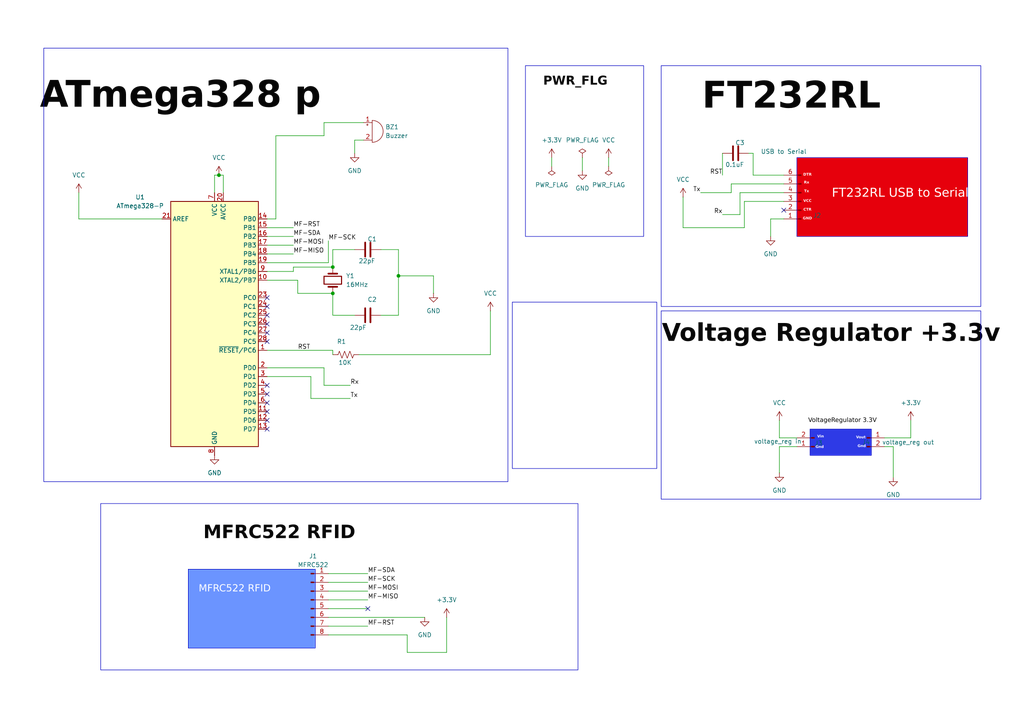
<source format=kicad_sch>
(kicad_sch
	(version 20231120)
	(generator "eeschema")
	(generator_version "8.0")
	(uuid "00560754-b69e-43b9-aaf1-dd638ae8436a")
	(paper "A4")
	(lib_symbols
		(symbol "Connector:Conn_01x02_Pin"
			(pin_names
				(offset 1.016) hide)
			(exclude_from_sim no)
			(in_bom yes)
			(on_board yes)
			(property "Reference" "J"
				(at 0 2.54 0)
				(effects
					(font
						(size 1.27 1.27)
					)
				)
			)
			(property "Value" "Conn_01x02_Pin"
				(at 0 -5.08 0)
				(effects
					(font
						(size 1.27 1.27)
					)
				)
			)
			(property "Footprint" ""
				(at 0 0 0)
				(effects
					(font
						(size 1.27 1.27)
					)
					(hide yes)
				)
			)
			(property "Datasheet" "~"
				(at 0 0 0)
				(effects
					(font
						(size 1.27 1.27)
					)
					(hide yes)
				)
			)
			(property "Description" "Generic connector, single row, 01x02, script generated"
				(at 0 0 0)
				(effects
					(font
						(size 1.27 1.27)
					)
					(hide yes)
				)
			)
			(property "ki_locked" ""
				(at 0 0 0)
				(effects
					(font
						(size 1.27 1.27)
					)
				)
			)
			(property "ki_keywords" "connector"
				(at 0 0 0)
				(effects
					(font
						(size 1.27 1.27)
					)
					(hide yes)
				)
			)
			(property "ki_fp_filters" "Connector*:*_1x??_*"
				(at 0 0 0)
				(effects
					(font
						(size 1.27 1.27)
					)
					(hide yes)
				)
			)
			(symbol "Conn_01x02_Pin_1_1"
				(polyline
					(pts
						(xy 1.27 -2.54) (xy 0.8636 -2.54)
					)
					(stroke
						(width 0.1524)
						(type default)
					)
					(fill
						(type none)
					)
				)
				(polyline
					(pts
						(xy 1.27 0) (xy 0.8636 0)
					)
					(stroke
						(width 0.1524)
						(type default)
					)
					(fill
						(type none)
					)
				)
				(rectangle
					(start 0.8636 -2.413)
					(end 0 -2.667)
					(stroke
						(width 0.1524)
						(type default)
					)
					(fill
						(type outline)
					)
				)
				(rectangle
					(start 0.8636 0.127)
					(end 0 -0.127)
					(stroke
						(width 0.1524)
						(type default)
					)
					(fill
						(type outline)
					)
				)
				(pin passive line
					(at 5.08 0 180)
					(length 3.81)
					(name "Pin_1"
						(effects
							(font
								(size 1.27 1.27)
							)
						)
					)
					(number "1"
						(effects
							(font
								(size 1.27 1.27)
							)
						)
					)
				)
				(pin passive line
					(at 5.08 -2.54 180)
					(length 3.81)
					(name "Pin_2"
						(effects
							(font
								(size 1.27 1.27)
							)
						)
					)
					(number "2"
						(effects
							(font
								(size 1.27 1.27)
							)
						)
					)
				)
			)
		)
		(symbol "Connector:Conn_01x06_Pin"
			(pin_names
				(offset 1.016) hide)
			(exclude_from_sim no)
			(in_bom yes)
			(on_board yes)
			(property "Reference" "J"
				(at 0 7.62 0)
				(effects
					(font
						(size 1.27 1.27)
					)
				)
			)
			(property "Value" "Conn_01x06_Pin"
				(at 0 -10.16 0)
				(effects
					(font
						(size 1.27 1.27)
					)
				)
			)
			(property "Footprint" ""
				(at 0 0 0)
				(effects
					(font
						(size 1.27 1.27)
					)
					(hide yes)
				)
			)
			(property "Datasheet" "~"
				(at 0 0 0)
				(effects
					(font
						(size 1.27 1.27)
					)
					(hide yes)
				)
			)
			(property "Description" "Generic connector, single row, 01x06, script generated"
				(at 0 0 0)
				(effects
					(font
						(size 1.27 1.27)
					)
					(hide yes)
				)
			)
			(property "ki_locked" ""
				(at 0 0 0)
				(effects
					(font
						(size 1.27 1.27)
					)
				)
			)
			(property "ki_keywords" "connector"
				(at 0 0 0)
				(effects
					(font
						(size 1.27 1.27)
					)
					(hide yes)
				)
			)
			(property "ki_fp_filters" "Connector*:*_1x??_*"
				(at 0 0 0)
				(effects
					(font
						(size 1.27 1.27)
					)
					(hide yes)
				)
			)
			(symbol "Conn_01x06_Pin_1_1"
				(polyline
					(pts
						(xy 1.27 -7.62) (xy 0.8636 -7.62)
					)
					(stroke
						(width 0.1524)
						(type default)
					)
					(fill
						(type none)
					)
				)
				(polyline
					(pts
						(xy 1.27 -5.08) (xy 0.8636 -5.08)
					)
					(stroke
						(width 0.1524)
						(type default)
					)
					(fill
						(type none)
					)
				)
				(polyline
					(pts
						(xy 1.27 -2.54) (xy 0.8636 -2.54)
					)
					(stroke
						(width 0.1524)
						(type default)
					)
					(fill
						(type none)
					)
				)
				(polyline
					(pts
						(xy 1.27 0) (xy 0.8636 0)
					)
					(stroke
						(width 0.1524)
						(type default)
					)
					(fill
						(type none)
					)
				)
				(polyline
					(pts
						(xy 1.27 2.54) (xy 0.8636 2.54)
					)
					(stroke
						(width 0.1524)
						(type default)
					)
					(fill
						(type none)
					)
				)
				(polyline
					(pts
						(xy 1.27 5.08) (xy 0.8636 5.08)
					)
					(stroke
						(width 0.1524)
						(type default)
					)
					(fill
						(type none)
					)
				)
				(rectangle
					(start 0.8636 -7.493)
					(end 0 -7.747)
					(stroke
						(width 0.1524)
						(type default)
					)
					(fill
						(type outline)
					)
				)
				(rectangle
					(start 0.8636 -4.953)
					(end 0 -5.207)
					(stroke
						(width 0.1524)
						(type default)
					)
					(fill
						(type outline)
					)
				)
				(rectangle
					(start 0.8636 -2.413)
					(end 0 -2.667)
					(stroke
						(width 0.1524)
						(type default)
					)
					(fill
						(type outline)
					)
				)
				(rectangle
					(start 0.8636 0.127)
					(end 0 -0.127)
					(stroke
						(width 0.1524)
						(type default)
					)
					(fill
						(type outline)
					)
				)
				(rectangle
					(start 0.8636 2.667)
					(end 0 2.413)
					(stroke
						(width 0.1524)
						(type default)
					)
					(fill
						(type outline)
					)
				)
				(rectangle
					(start 0.8636 5.207)
					(end 0 4.953)
					(stroke
						(width 0.1524)
						(type default)
					)
					(fill
						(type outline)
					)
				)
				(pin passive line
					(at 5.08 5.08 180)
					(length 3.81)
					(name "Pin_1"
						(effects
							(font
								(size 1.27 1.27)
							)
						)
					)
					(number "1"
						(effects
							(font
								(size 1.27 1.27)
							)
						)
					)
				)
				(pin passive line
					(at 5.08 2.54 180)
					(length 3.81)
					(name "Pin_2"
						(effects
							(font
								(size 1.27 1.27)
							)
						)
					)
					(number "2"
						(effects
							(font
								(size 1.27 1.27)
							)
						)
					)
				)
				(pin passive line
					(at 5.08 0 180)
					(length 3.81)
					(name "Pin_3"
						(effects
							(font
								(size 1.27 1.27)
							)
						)
					)
					(number "3"
						(effects
							(font
								(size 1.27 1.27)
							)
						)
					)
				)
				(pin passive line
					(at 5.08 -2.54 180)
					(length 3.81)
					(name "Pin_4"
						(effects
							(font
								(size 1.27 1.27)
							)
						)
					)
					(number "4"
						(effects
							(font
								(size 1.27 1.27)
							)
						)
					)
				)
				(pin passive line
					(at 5.08 -5.08 180)
					(length 3.81)
					(name "Pin_5"
						(effects
							(font
								(size 1.27 1.27)
							)
						)
					)
					(number "5"
						(effects
							(font
								(size 1.27 1.27)
							)
						)
					)
				)
				(pin passive line
					(at 5.08 -7.62 180)
					(length 3.81)
					(name "Pin_6"
						(effects
							(font
								(size 1.27 1.27)
							)
						)
					)
					(number "6"
						(effects
							(font
								(size 1.27 1.27)
							)
						)
					)
				)
			)
		)
		(symbol "Connector:Conn_01x08_Pin"
			(pin_names
				(offset 1.016) hide)
			(exclude_from_sim no)
			(in_bom yes)
			(on_board yes)
			(property "Reference" "J"
				(at 0 10.16 0)
				(effects
					(font
						(size 1.27 1.27)
					)
				)
			)
			(property "Value" "Conn_01x08_Pin"
				(at 0 -12.7 0)
				(effects
					(font
						(size 1.27 1.27)
					)
				)
			)
			(property "Footprint" ""
				(at 0 0 0)
				(effects
					(font
						(size 1.27 1.27)
					)
					(hide yes)
				)
			)
			(property "Datasheet" "~"
				(at 0 0 0)
				(effects
					(font
						(size 1.27 1.27)
					)
					(hide yes)
				)
			)
			(property "Description" "Generic connector, single row, 01x08, script generated"
				(at 0 0 0)
				(effects
					(font
						(size 1.27 1.27)
					)
					(hide yes)
				)
			)
			(property "ki_locked" ""
				(at 0 0 0)
				(effects
					(font
						(size 1.27 1.27)
					)
				)
			)
			(property "ki_keywords" "connector"
				(at 0 0 0)
				(effects
					(font
						(size 1.27 1.27)
					)
					(hide yes)
				)
			)
			(property "ki_fp_filters" "Connector*:*_1x??_*"
				(at 0 0 0)
				(effects
					(font
						(size 1.27 1.27)
					)
					(hide yes)
				)
			)
			(symbol "Conn_01x08_Pin_1_1"
				(polyline
					(pts
						(xy 1.27 -10.16) (xy 0.8636 -10.16)
					)
					(stroke
						(width 0.1524)
						(type default)
					)
					(fill
						(type none)
					)
				)
				(polyline
					(pts
						(xy 1.27 -7.62) (xy 0.8636 -7.62)
					)
					(stroke
						(width 0.1524)
						(type default)
					)
					(fill
						(type none)
					)
				)
				(polyline
					(pts
						(xy 1.27 -5.08) (xy 0.8636 -5.08)
					)
					(stroke
						(width 0.1524)
						(type default)
					)
					(fill
						(type none)
					)
				)
				(polyline
					(pts
						(xy 1.27 -2.54) (xy 0.8636 -2.54)
					)
					(stroke
						(width 0.1524)
						(type default)
					)
					(fill
						(type none)
					)
				)
				(polyline
					(pts
						(xy 1.27 0) (xy 0.8636 0)
					)
					(stroke
						(width 0.1524)
						(type default)
					)
					(fill
						(type none)
					)
				)
				(polyline
					(pts
						(xy 1.27 2.54) (xy 0.8636 2.54)
					)
					(stroke
						(width 0.1524)
						(type default)
					)
					(fill
						(type none)
					)
				)
				(polyline
					(pts
						(xy 1.27 5.08) (xy 0.8636 5.08)
					)
					(stroke
						(width 0.1524)
						(type default)
					)
					(fill
						(type none)
					)
				)
				(polyline
					(pts
						(xy 1.27 7.62) (xy 0.8636 7.62)
					)
					(stroke
						(width 0.1524)
						(type default)
					)
					(fill
						(type none)
					)
				)
				(rectangle
					(start 0.8636 -10.033)
					(end 0 -10.287)
					(stroke
						(width 0.1524)
						(type default)
					)
					(fill
						(type outline)
					)
				)
				(rectangle
					(start 0.8636 -7.493)
					(end 0 -7.747)
					(stroke
						(width 0.1524)
						(type default)
					)
					(fill
						(type outline)
					)
				)
				(rectangle
					(start 0.8636 -4.953)
					(end 0 -5.207)
					(stroke
						(width 0.1524)
						(type default)
					)
					(fill
						(type outline)
					)
				)
				(rectangle
					(start 0.8636 -2.413)
					(end 0 -2.667)
					(stroke
						(width 0.1524)
						(type default)
					)
					(fill
						(type outline)
					)
				)
				(rectangle
					(start 0.8636 0.127)
					(end 0 -0.127)
					(stroke
						(width 0.1524)
						(type default)
					)
					(fill
						(type outline)
					)
				)
				(rectangle
					(start 0.8636 2.667)
					(end 0 2.413)
					(stroke
						(width 0.1524)
						(type default)
					)
					(fill
						(type outline)
					)
				)
				(rectangle
					(start 0.8636 5.207)
					(end 0 4.953)
					(stroke
						(width 0.1524)
						(type default)
					)
					(fill
						(type outline)
					)
				)
				(rectangle
					(start 0.8636 7.747)
					(end 0 7.493)
					(stroke
						(width 0.1524)
						(type default)
					)
					(fill
						(type outline)
					)
				)
				(pin passive line
					(at 5.08 7.62 180)
					(length 3.81)
					(name "Pin_1"
						(effects
							(font
								(size 1.27 1.27)
							)
						)
					)
					(number "1"
						(effects
							(font
								(size 1.27 1.27)
							)
						)
					)
				)
				(pin passive line
					(at 5.08 5.08 180)
					(length 3.81)
					(name "Pin_2"
						(effects
							(font
								(size 1.27 1.27)
							)
						)
					)
					(number "2"
						(effects
							(font
								(size 1.27 1.27)
							)
						)
					)
				)
				(pin passive line
					(at 5.08 2.54 180)
					(length 3.81)
					(name "Pin_3"
						(effects
							(font
								(size 1.27 1.27)
							)
						)
					)
					(number "3"
						(effects
							(font
								(size 1.27 1.27)
							)
						)
					)
				)
				(pin passive line
					(at 5.08 0 180)
					(length 3.81)
					(name "Pin_4"
						(effects
							(font
								(size 1.27 1.27)
							)
						)
					)
					(number "4"
						(effects
							(font
								(size 1.27 1.27)
							)
						)
					)
				)
				(pin passive line
					(at 5.08 -2.54 180)
					(length 3.81)
					(name "Pin_5"
						(effects
							(font
								(size 1.27 1.27)
							)
						)
					)
					(number "5"
						(effects
							(font
								(size 1.27 1.27)
							)
						)
					)
				)
				(pin passive line
					(at 5.08 -5.08 180)
					(length 3.81)
					(name "Pin_6"
						(effects
							(font
								(size 1.27 1.27)
							)
						)
					)
					(number "6"
						(effects
							(font
								(size 1.27 1.27)
							)
						)
					)
				)
				(pin passive line
					(at 5.08 -7.62 180)
					(length 3.81)
					(name "Pin_7"
						(effects
							(font
								(size 1.27 1.27)
							)
						)
					)
					(number "7"
						(effects
							(font
								(size 1.27 1.27)
							)
						)
					)
				)
				(pin passive line
					(at 5.08 -10.16 180)
					(length 3.81)
					(name "Pin_8"
						(effects
							(font
								(size 1.27 1.27)
							)
						)
					)
					(number "8"
						(effects
							(font
								(size 1.27 1.27)
							)
						)
					)
				)
			)
		)
		(symbol "Device:Buzzer"
			(pin_names
				(offset 0.0254) hide)
			(exclude_from_sim no)
			(in_bom yes)
			(on_board yes)
			(property "Reference" "BZ"
				(at 3.81 1.27 0)
				(effects
					(font
						(size 1.27 1.27)
					)
					(justify left)
				)
			)
			(property "Value" "Buzzer"
				(at 3.81 -1.27 0)
				(effects
					(font
						(size 1.27 1.27)
					)
					(justify left)
				)
			)
			(property "Footprint" ""
				(at -0.635 2.54 90)
				(effects
					(font
						(size 1.27 1.27)
					)
					(hide yes)
				)
			)
			(property "Datasheet" "~"
				(at -0.635 2.54 90)
				(effects
					(font
						(size 1.27 1.27)
					)
					(hide yes)
				)
			)
			(property "Description" "Buzzer, polarized"
				(at 0 0 0)
				(effects
					(font
						(size 1.27 1.27)
					)
					(hide yes)
				)
			)
			(property "ki_keywords" "quartz resonator ceramic"
				(at 0 0 0)
				(effects
					(font
						(size 1.27 1.27)
					)
					(hide yes)
				)
			)
			(property "ki_fp_filters" "*Buzzer*"
				(at 0 0 0)
				(effects
					(font
						(size 1.27 1.27)
					)
					(hide yes)
				)
			)
			(symbol "Buzzer_0_1"
				(arc
					(start 0 -3.175)
					(mid 3.1612 0)
					(end 0 3.175)
					(stroke
						(width 0)
						(type default)
					)
					(fill
						(type none)
					)
				)
				(polyline
					(pts
						(xy -1.651 1.905) (xy -1.143 1.905)
					)
					(stroke
						(width 0)
						(type default)
					)
					(fill
						(type none)
					)
				)
				(polyline
					(pts
						(xy -1.397 2.159) (xy -1.397 1.651)
					)
					(stroke
						(width 0)
						(type default)
					)
					(fill
						(type none)
					)
				)
				(polyline
					(pts
						(xy 0 3.175) (xy 0 -3.175)
					)
					(stroke
						(width 0)
						(type default)
					)
					(fill
						(type none)
					)
				)
			)
			(symbol "Buzzer_1_1"
				(pin passive line
					(at -2.54 2.54 0)
					(length 2.54)
					(name "+"
						(effects
							(font
								(size 1.27 1.27)
							)
						)
					)
					(number "1"
						(effects
							(font
								(size 1.27 1.27)
							)
						)
					)
				)
				(pin passive line
					(at -2.54 -2.54 0)
					(length 2.54)
					(name "-"
						(effects
							(font
								(size 1.27 1.27)
							)
						)
					)
					(number "2"
						(effects
							(font
								(size 1.27 1.27)
							)
						)
					)
				)
			)
		)
		(symbol "Device:C"
			(pin_numbers hide)
			(pin_names
				(offset 0.254)
			)
			(exclude_from_sim no)
			(in_bom yes)
			(on_board yes)
			(property "Reference" "C"
				(at 0.635 2.54 0)
				(effects
					(font
						(size 1.27 1.27)
					)
					(justify left)
				)
			)
			(property "Value" "C"
				(at 0.635 -2.54 0)
				(effects
					(font
						(size 1.27 1.27)
					)
					(justify left)
				)
			)
			(property "Footprint" ""
				(at 0.9652 -3.81 0)
				(effects
					(font
						(size 1.27 1.27)
					)
					(hide yes)
				)
			)
			(property "Datasheet" "~"
				(at 0 0 0)
				(effects
					(font
						(size 1.27 1.27)
					)
					(hide yes)
				)
			)
			(property "Description" "Unpolarized capacitor"
				(at 0 0 0)
				(effects
					(font
						(size 1.27 1.27)
					)
					(hide yes)
				)
			)
			(property "ki_keywords" "cap capacitor"
				(at 0 0 0)
				(effects
					(font
						(size 1.27 1.27)
					)
					(hide yes)
				)
			)
			(property "ki_fp_filters" "C_*"
				(at 0 0 0)
				(effects
					(font
						(size 1.27 1.27)
					)
					(hide yes)
				)
			)
			(symbol "C_0_1"
				(polyline
					(pts
						(xy -2.032 -0.762) (xy 2.032 -0.762)
					)
					(stroke
						(width 0.508)
						(type default)
					)
					(fill
						(type none)
					)
				)
				(polyline
					(pts
						(xy -2.032 0.762) (xy 2.032 0.762)
					)
					(stroke
						(width 0.508)
						(type default)
					)
					(fill
						(type none)
					)
				)
			)
			(symbol "C_1_1"
				(pin passive line
					(at 0 3.81 270)
					(length 2.794)
					(name "~"
						(effects
							(font
								(size 1.27 1.27)
							)
						)
					)
					(number "1"
						(effects
							(font
								(size 1.27 1.27)
							)
						)
					)
				)
				(pin passive line
					(at 0 -3.81 90)
					(length 2.794)
					(name "~"
						(effects
							(font
								(size 1.27 1.27)
							)
						)
					)
					(number "2"
						(effects
							(font
								(size 1.27 1.27)
							)
						)
					)
				)
			)
		)
		(symbol "Device:Crystal"
			(pin_numbers hide)
			(pin_names
				(offset 1.016) hide)
			(exclude_from_sim no)
			(in_bom yes)
			(on_board yes)
			(property "Reference" "Y"
				(at 0 3.81 0)
				(effects
					(font
						(size 1.27 1.27)
					)
				)
			)
			(property "Value" "Crystal"
				(at 0 -3.81 0)
				(effects
					(font
						(size 1.27 1.27)
					)
				)
			)
			(property "Footprint" ""
				(at 0 0 0)
				(effects
					(font
						(size 1.27 1.27)
					)
					(hide yes)
				)
			)
			(property "Datasheet" "~"
				(at 0 0 0)
				(effects
					(font
						(size 1.27 1.27)
					)
					(hide yes)
				)
			)
			(property "Description" "Two pin crystal"
				(at 0 0 0)
				(effects
					(font
						(size 1.27 1.27)
					)
					(hide yes)
				)
			)
			(property "ki_keywords" "quartz ceramic resonator oscillator"
				(at 0 0 0)
				(effects
					(font
						(size 1.27 1.27)
					)
					(hide yes)
				)
			)
			(property "ki_fp_filters" "Crystal*"
				(at 0 0 0)
				(effects
					(font
						(size 1.27 1.27)
					)
					(hide yes)
				)
			)
			(symbol "Crystal_0_1"
				(rectangle
					(start -1.143 2.54)
					(end 1.143 -2.54)
					(stroke
						(width 0.3048)
						(type default)
					)
					(fill
						(type none)
					)
				)
				(polyline
					(pts
						(xy -2.54 0) (xy -1.905 0)
					)
					(stroke
						(width 0)
						(type default)
					)
					(fill
						(type none)
					)
				)
				(polyline
					(pts
						(xy -1.905 -1.27) (xy -1.905 1.27)
					)
					(stroke
						(width 0.508)
						(type default)
					)
					(fill
						(type none)
					)
				)
				(polyline
					(pts
						(xy 1.905 -1.27) (xy 1.905 1.27)
					)
					(stroke
						(width 0.508)
						(type default)
					)
					(fill
						(type none)
					)
				)
				(polyline
					(pts
						(xy 2.54 0) (xy 1.905 0)
					)
					(stroke
						(width 0)
						(type default)
					)
					(fill
						(type none)
					)
				)
			)
			(symbol "Crystal_1_1"
				(pin passive line
					(at -3.81 0 0)
					(length 1.27)
					(name "1"
						(effects
							(font
								(size 1.27 1.27)
							)
						)
					)
					(number "1"
						(effects
							(font
								(size 1.27 1.27)
							)
						)
					)
				)
				(pin passive line
					(at 3.81 0 180)
					(length 1.27)
					(name "2"
						(effects
							(font
								(size 1.27 1.27)
							)
						)
					)
					(number "2"
						(effects
							(font
								(size 1.27 1.27)
							)
						)
					)
				)
			)
		)
		(symbol "Device:R_US"
			(pin_numbers hide)
			(pin_names
				(offset 0)
			)
			(exclude_from_sim no)
			(in_bom yes)
			(on_board yes)
			(property "Reference" "R"
				(at 2.54 0 90)
				(effects
					(font
						(size 1.27 1.27)
					)
				)
			)
			(property "Value" "R_US"
				(at -2.54 0 90)
				(effects
					(font
						(size 1.27 1.27)
					)
				)
			)
			(property "Footprint" ""
				(at 1.016 -0.254 90)
				(effects
					(font
						(size 1.27 1.27)
					)
					(hide yes)
				)
			)
			(property "Datasheet" "~"
				(at 0 0 0)
				(effects
					(font
						(size 1.27 1.27)
					)
					(hide yes)
				)
			)
			(property "Description" "Resistor, US symbol"
				(at 0 0 0)
				(effects
					(font
						(size 1.27 1.27)
					)
					(hide yes)
				)
			)
			(property "ki_keywords" "R res resistor"
				(at 0 0 0)
				(effects
					(font
						(size 1.27 1.27)
					)
					(hide yes)
				)
			)
			(property "ki_fp_filters" "R_*"
				(at 0 0 0)
				(effects
					(font
						(size 1.27 1.27)
					)
					(hide yes)
				)
			)
			(symbol "R_US_0_1"
				(polyline
					(pts
						(xy 0 -2.286) (xy 0 -2.54)
					)
					(stroke
						(width 0)
						(type default)
					)
					(fill
						(type none)
					)
				)
				(polyline
					(pts
						(xy 0 2.286) (xy 0 2.54)
					)
					(stroke
						(width 0)
						(type default)
					)
					(fill
						(type none)
					)
				)
				(polyline
					(pts
						(xy 0 -0.762) (xy 1.016 -1.143) (xy 0 -1.524) (xy -1.016 -1.905) (xy 0 -2.286)
					)
					(stroke
						(width 0)
						(type default)
					)
					(fill
						(type none)
					)
				)
				(polyline
					(pts
						(xy 0 0.762) (xy 1.016 0.381) (xy 0 0) (xy -1.016 -0.381) (xy 0 -0.762)
					)
					(stroke
						(width 0)
						(type default)
					)
					(fill
						(type none)
					)
				)
				(polyline
					(pts
						(xy 0 2.286) (xy 1.016 1.905) (xy 0 1.524) (xy -1.016 1.143) (xy 0 0.762)
					)
					(stroke
						(width 0)
						(type default)
					)
					(fill
						(type none)
					)
				)
			)
			(symbol "R_US_1_1"
				(pin passive line
					(at 0 3.81 270)
					(length 1.27)
					(name "~"
						(effects
							(font
								(size 1.27 1.27)
							)
						)
					)
					(number "1"
						(effects
							(font
								(size 1.27 1.27)
							)
						)
					)
				)
				(pin passive line
					(at 0 -3.81 90)
					(length 1.27)
					(name "~"
						(effects
							(font
								(size 1.27 1.27)
							)
						)
					)
					(number "2"
						(effects
							(font
								(size 1.27 1.27)
							)
						)
					)
				)
			)
		)
		(symbol "MCU_Microchip_ATmega:ATmega328-P"
			(exclude_from_sim no)
			(in_bom yes)
			(on_board yes)
			(property "Reference" "U"
				(at -12.7 36.83 0)
				(effects
					(font
						(size 1.27 1.27)
					)
					(justify left bottom)
				)
			)
			(property "Value" "ATmega328-P"
				(at 2.54 -36.83 0)
				(effects
					(font
						(size 1.27 1.27)
					)
					(justify left top)
				)
			)
			(property "Footprint" "Package_DIP:DIP-28_W7.62mm"
				(at 0 0 0)
				(effects
					(font
						(size 1.27 1.27)
						(italic yes)
					)
					(hide yes)
				)
			)
			(property "Datasheet" "http://ww1.microchip.com/downloads/en/DeviceDoc/ATmega328_P%20AVR%20MCU%20with%20picoPower%20Technology%20Data%20Sheet%2040001984A.pdf"
				(at 0 0 0)
				(effects
					(font
						(size 1.27 1.27)
					)
					(hide yes)
				)
			)
			(property "Description" "20MHz, 32kB Flash, 2kB SRAM, 1kB EEPROM, DIP-28"
				(at 0 0 0)
				(effects
					(font
						(size 1.27 1.27)
					)
					(hide yes)
				)
			)
			(property "ki_keywords" "AVR 8bit Microcontroller MegaAVR"
				(at 0 0 0)
				(effects
					(font
						(size 1.27 1.27)
					)
					(hide yes)
				)
			)
			(property "ki_fp_filters" "DIP*W7.62mm*"
				(at 0 0 0)
				(effects
					(font
						(size 1.27 1.27)
					)
					(hide yes)
				)
			)
			(symbol "ATmega328-P_0_1"
				(rectangle
					(start -12.7 -35.56)
					(end 12.7 35.56)
					(stroke
						(width 0.254)
						(type default)
					)
					(fill
						(type background)
					)
				)
			)
			(symbol "ATmega328-P_1_1"
				(pin bidirectional line
					(at 15.24 -7.62 180)
					(length 2.54)
					(name "~{RESET}/PC6"
						(effects
							(font
								(size 1.27 1.27)
							)
						)
					)
					(number "1"
						(effects
							(font
								(size 1.27 1.27)
							)
						)
					)
				)
				(pin bidirectional line
					(at 15.24 12.7 180)
					(length 2.54)
					(name "XTAL2/PB7"
						(effects
							(font
								(size 1.27 1.27)
							)
						)
					)
					(number "10"
						(effects
							(font
								(size 1.27 1.27)
							)
						)
					)
				)
				(pin bidirectional line
					(at 15.24 -25.4 180)
					(length 2.54)
					(name "PD5"
						(effects
							(font
								(size 1.27 1.27)
							)
						)
					)
					(number "11"
						(effects
							(font
								(size 1.27 1.27)
							)
						)
					)
				)
				(pin bidirectional line
					(at 15.24 -27.94 180)
					(length 2.54)
					(name "PD6"
						(effects
							(font
								(size 1.27 1.27)
							)
						)
					)
					(number "12"
						(effects
							(font
								(size 1.27 1.27)
							)
						)
					)
				)
				(pin bidirectional line
					(at 15.24 -30.48 180)
					(length 2.54)
					(name "PD7"
						(effects
							(font
								(size 1.27 1.27)
							)
						)
					)
					(number "13"
						(effects
							(font
								(size 1.27 1.27)
							)
						)
					)
				)
				(pin bidirectional line
					(at 15.24 30.48 180)
					(length 2.54)
					(name "PB0"
						(effects
							(font
								(size 1.27 1.27)
							)
						)
					)
					(number "14"
						(effects
							(font
								(size 1.27 1.27)
							)
						)
					)
				)
				(pin bidirectional line
					(at 15.24 27.94 180)
					(length 2.54)
					(name "PB1"
						(effects
							(font
								(size 1.27 1.27)
							)
						)
					)
					(number "15"
						(effects
							(font
								(size 1.27 1.27)
							)
						)
					)
				)
				(pin bidirectional line
					(at 15.24 25.4 180)
					(length 2.54)
					(name "PB2"
						(effects
							(font
								(size 1.27 1.27)
							)
						)
					)
					(number "16"
						(effects
							(font
								(size 1.27 1.27)
							)
						)
					)
				)
				(pin bidirectional line
					(at 15.24 22.86 180)
					(length 2.54)
					(name "PB3"
						(effects
							(font
								(size 1.27 1.27)
							)
						)
					)
					(number "17"
						(effects
							(font
								(size 1.27 1.27)
							)
						)
					)
				)
				(pin bidirectional line
					(at 15.24 20.32 180)
					(length 2.54)
					(name "PB4"
						(effects
							(font
								(size 1.27 1.27)
							)
						)
					)
					(number "18"
						(effects
							(font
								(size 1.27 1.27)
							)
						)
					)
				)
				(pin bidirectional line
					(at 15.24 17.78 180)
					(length 2.54)
					(name "PB5"
						(effects
							(font
								(size 1.27 1.27)
							)
						)
					)
					(number "19"
						(effects
							(font
								(size 1.27 1.27)
							)
						)
					)
				)
				(pin bidirectional line
					(at 15.24 -12.7 180)
					(length 2.54)
					(name "PD0"
						(effects
							(font
								(size 1.27 1.27)
							)
						)
					)
					(number "2"
						(effects
							(font
								(size 1.27 1.27)
							)
						)
					)
				)
				(pin power_in line
					(at 2.54 38.1 270)
					(length 2.54)
					(name "AVCC"
						(effects
							(font
								(size 1.27 1.27)
							)
						)
					)
					(number "20"
						(effects
							(font
								(size 1.27 1.27)
							)
						)
					)
				)
				(pin passive line
					(at -15.24 30.48 0)
					(length 2.54)
					(name "AREF"
						(effects
							(font
								(size 1.27 1.27)
							)
						)
					)
					(number "21"
						(effects
							(font
								(size 1.27 1.27)
							)
						)
					)
				)
				(pin passive line
					(at 0 -38.1 90)
					(length 2.54) hide
					(name "GND"
						(effects
							(font
								(size 1.27 1.27)
							)
						)
					)
					(number "22"
						(effects
							(font
								(size 1.27 1.27)
							)
						)
					)
				)
				(pin bidirectional line
					(at 15.24 7.62 180)
					(length 2.54)
					(name "PC0"
						(effects
							(font
								(size 1.27 1.27)
							)
						)
					)
					(number "23"
						(effects
							(font
								(size 1.27 1.27)
							)
						)
					)
				)
				(pin bidirectional line
					(at 15.24 5.08 180)
					(length 2.54)
					(name "PC1"
						(effects
							(font
								(size 1.27 1.27)
							)
						)
					)
					(number "24"
						(effects
							(font
								(size 1.27 1.27)
							)
						)
					)
				)
				(pin bidirectional line
					(at 15.24 2.54 180)
					(length 2.54)
					(name "PC2"
						(effects
							(font
								(size 1.27 1.27)
							)
						)
					)
					(number "25"
						(effects
							(font
								(size 1.27 1.27)
							)
						)
					)
				)
				(pin bidirectional line
					(at 15.24 0 180)
					(length 2.54)
					(name "PC3"
						(effects
							(font
								(size 1.27 1.27)
							)
						)
					)
					(number "26"
						(effects
							(font
								(size 1.27 1.27)
							)
						)
					)
				)
				(pin bidirectional line
					(at 15.24 -2.54 180)
					(length 2.54)
					(name "PC4"
						(effects
							(font
								(size 1.27 1.27)
							)
						)
					)
					(number "27"
						(effects
							(font
								(size 1.27 1.27)
							)
						)
					)
				)
				(pin bidirectional line
					(at 15.24 -5.08 180)
					(length 2.54)
					(name "PC5"
						(effects
							(font
								(size 1.27 1.27)
							)
						)
					)
					(number "28"
						(effects
							(font
								(size 1.27 1.27)
							)
						)
					)
				)
				(pin bidirectional line
					(at 15.24 -15.24 180)
					(length 2.54)
					(name "PD1"
						(effects
							(font
								(size 1.27 1.27)
							)
						)
					)
					(number "3"
						(effects
							(font
								(size 1.27 1.27)
							)
						)
					)
				)
				(pin bidirectional line
					(at 15.24 -17.78 180)
					(length 2.54)
					(name "PD2"
						(effects
							(font
								(size 1.27 1.27)
							)
						)
					)
					(number "4"
						(effects
							(font
								(size 1.27 1.27)
							)
						)
					)
				)
				(pin bidirectional line
					(at 15.24 -20.32 180)
					(length 2.54)
					(name "PD3"
						(effects
							(font
								(size 1.27 1.27)
							)
						)
					)
					(number "5"
						(effects
							(font
								(size 1.27 1.27)
							)
						)
					)
				)
				(pin bidirectional line
					(at 15.24 -22.86 180)
					(length 2.54)
					(name "PD4"
						(effects
							(font
								(size 1.27 1.27)
							)
						)
					)
					(number "6"
						(effects
							(font
								(size 1.27 1.27)
							)
						)
					)
				)
				(pin power_in line
					(at 0 38.1 270)
					(length 2.54)
					(name "VCC"
						(effects
							(font
								(size 1.27 1.27)
							)
						)
					)
					(number "7"
						(effects
							(font
								(size 1.27 1.27)
							)
						)
					)
				)
				(pin power_in line
					(at 0 -38.1 90)
					(length 2.54)
					(name "GND"
						(effects
							(font
								(size 1.27 1.27)
							)
						)
					)
					(number "8"
						(effects
							(font
								(size 1.27 1.27)
							)
						)
					)
				)
				(pin bidirectional line
					(at 15.24 15.24 180)
					(length 2.54)
					(name "XTAL1/PB6"
						(effects
							(font
								(size 1.27 1.27)
							)
						)
					)
					(number "9"
						(effects
							(font
								(size 1.27 1.27)
							)
						)
					)
				)
			)
		)
		(symbol "power:+3.3V"
			(power)
			(pin_numbers hide)
			(pin_names
				(offset 0) hide)
			(exclude_from_sim no)
			(in_bom yes)
			(on_board yes)
			(property "Reference" "#PWR"
				(at 0 -3.81 0)
				(effects
					(font
						(size 1.27 1.27)
					)
					(hide yes)
				)
			)
			(property "Value" "+3.3V"
				(at 0 3.556 0)
				(effects
					(font
						(size 1.27 1.27)
					)
				)
			)
			(property "Footprint" ""
				(at 0 0 0)
				(effects
					(font
						(size 1.27 1.27)
					)
					(hide yes)
				)
			)
			(property "Datasheet" ""
				(at 0 0 0)
				(effects
					(font
						(size 1.27 1.27)
					)
					(hide yes)
				)
			)
			(property "Description" "Power symbol creates a global label with name \"+3.3V\""
				(at 0 0 0)
				(effects
					(font
						(size 1.27 1.27)
					)
					(hide yes)
				)
			)
			(property "ki_keywords" "global power"
				(at 0 0 0)
				(effects
					(font
						(size 1.27 1.27)
					)
					(hide yes)
				)
			)
			(symbol "+3.3V_0_1"
				(polyline
					(pts
						(xy -0.762 1.27) (xy 0 2.54)
					)
					(stroke
						(width 0)
						(type default)
					)
					(fill
						(type none)
					)
				)
				(polyline
					(pts
						(xy 0 0) (xy 0 2.54)
					)
					(stroke
						(width 0)
						(type default)
					)
					(fill
						(type none)
					)
				)
				(polyline
					(pts
						(xy 0 2.54) (xy 0.762 1.27)
					)
					(stroke
						(width 0)
						(type default)
					)
					(fill
						(type none)
					)
				)
			)
			(symbol "+3.3V_1_1"
				(pin power_in line
					(at 0 0 90)
					(length 0)
					(name "~"
						(effects
							(font
								(size 1.27 1.27)
							)
						)
					)
					(number "1"
						(effects
							(font
								(size 1.27 1.27)
							)
						)
					)
				)
			)
		)
		(symbol "power:GND"
			(power)
			(pin_numbers hide)
			(pin_names
				(offset 0) hide)
			(exclude_from_sim no)
			(in_bom yes)
			(on_board yes)
			(property "Reference" "#PWR"
				(at 0 -6.35 0)
				(effects
					(font
						(size 1.27 1.27)
					)
					(hide yes)
				)
			)
			(property "Value" "GND"
				(at 0 -3.81 0)
				(effects
					(font
						(size 1.27 1.27)
					)
				)
			)
			(property "Footprint" ""
				(at 0 0 0)
				(effects
					(font
						(size 1.27 1.27)
					)
					(hide yes)
				)
			)
			(property "Datasheet" ""
				(at 0 0 0)
				(effects
					(font
						(size 1.27 1.27)
					)
					(hide yes)
				)
			)
			(property "Description" "Power symbol creates a global label with name \"GND\" , ground"
				(at 0 0 0)
				(effects
					(font
						(size 1.27 1.27)
					)
					(hide yes)
				)
			)
			(property "ki_keywords" "global power"
				(at 0 0 0)
				(effects
					(font
						(size 1.27 1.27)
					)
					(hide yes)
				)
			)
			(symbol "GND_0_1"
				(polyline
					(pts
						(xy 0 0) (xy 0 -1.27) (xy 1.27 -1.27) (xy 0 -2.54) (xy -1.27 -1.27) (xy 0 -1.27)
					)
					(stroke
						(width 0)
						(type default)
					)
					(fill
						(type none)
					)
				)
			)
			(symbol "GND_1_1"
				(pin power_in line
					(at 0 0 270)
					(length 0)
					(name "~"
						(effects
							(font
								(size 1.27 1.27)
							)
						)
					)
					(number "1"
						(effects
							(font
								(size 1.27 1.27)
							)
						)
					)
				)
			)
		)
		(symbol "power:PWR_FLAG"
			(power)
			(pin_numbers hide)
			(pin_names
				(offset 0) hide)
			(exclude_from_sim no)
			(in_bom yes)
			(on_board yes)
			(property "Reference" "#FLG"
				(at 0 1.905 0)
				(effects
					(font
						(size 1.27 1.27)
					)
					(hide yes)
				)
			)
			(property "Value" "PWR_FLAG"
				(at 0 3.81 0)
				(effects
					(font
						(size 1.27 1.27)
					)
				)
			)
			(property "Footprint" ""
				(at 0 0 0)
				(effects
					(font
						(size 1.27 1.27)
					)
					(hide yes)
				)
			)
			(property "Datasheet" "~"
				(at 0 0 0)
				(effects
					(font
						(size 1.27 1.27)
					)
					(hide yes)
				)
			)
			(property "Description" "Special symbol for telling ERC where power comes from"
				(at 0 0 0)
				(effects
					(font
						(size 1.27 1.27)
					)
					(hide yes)
				)
			)
			(property "ki_keywords" "flag power"
				(at 0 0 0)
				(effects
					(font
						(size 1.27 1.27)
					)
					(hide yes)
				)
			)
			(symbol "PWR_FLAG_0_0"
				(pin power_out line
					(at 0 0 90)
					(length 0)
					(name "~"
						(effects
							(font
								(size 1.27 1.27)
							)
						)
					)
					(number "1"
						(effects
							(font
								(size 1.27 1.27)
							)
						)
					)
				)
			)
			(symbol "PWR_FLAG_0_1"
				(polyline
					(pts
						(xy 0 0) (xy 0 1.27) (xy -1.016 1.905) (xy 0 2.54) (xy 1.016 1.905) (xy 0 1.27)
					)
					(stroke
						(width 0)
						(type default)
					)
					(fill
						(type none)
					)
				)
			)
		)
		(symbol "power:VCC"
			(power)
			(pin_numbers hide)
			(pin_names
				(offset 0) hide)
			(exclude_from_sim no)
			(in_bom yes)
			(on_board yes)
			(property "Reference" "#PWR"
				(at 0 -3.81 0)
				(effects
					(font
						(size 1.27 1.27)
					)
					(hide yes)
				)
			)
			(property "Value" "VCC"
				(at 0 3.556 0)
				(effects
					(font
						(size 1.27 1.27)
					)
				)
			)
			(property "Footprint" ""
				(at 0 0 0)
				(effects
					(font
						(size 1.27 1.27)
					)
					(hide yes)
				)
			)
			(property "Datasheet" ""
				(at 0 0 0)
				(effects
					(font
						(size 1.27 1.27)
					)
					(hide yes)
				)
			)
			(property "Description" "Power symbol creates a global label with name \"VCC\""
				(at 0 0 0)
				(effects
					(font
						(size 1.27 1.27)
					)
					(hide yes)
				)
			)
			(property "ki_keywords" "global power"
				(at 0 0 0)
				(effects
					(font
						(size 1.27 1.27)
					)
					(hide yes)
				)
			)
			(symbol "VCC_0_1"
				(polyline
					(pts
						(xy -0.762 1.27) (xy 0 2.54)
					)
					(stroke
						(width 0)
						(type default)
					)
					(fill
						(type none)
					)
				)
				(polyline
					(pts
						(xy 0 0) (xy 0 2.54)
					)
					(stroke
						(width 0)
						(type default)
					)
					(fill
						(type none)
					)
				)
				(polyline
					(pts
						(xy 0 2.54) (xy 0.762 1.27)
					)
					(stroke
						(width 0)
						(type default)
					)
					(fill
						(type none)
					)
				)
			)
			(symbol "VCC_1_1"
				(pin power_in line
					(at 0 0 90)
					(length 0)
					(name "~"
						(effects
							(font
								(size 1.27 1.27)
							)
						)
					)
					(number "1"
						(effects
							(font
								(size 1.27 1.27)
							)
						)
					)
				)
			)
		)
	)
	(junction
		(at 96.52 77.47)
		(diameter 0)
		(color 0 0 0 0)
		(uuid "68464cef-e450-4186-b6aa-1549f96ad045")
	)
	(junction
		(at 115.57 80.01)
		(diameter 0)
		(color 0 0 0 0)
		(uuid "b9265719-8adc-42f9-b636-f55ac5b467c7")
	)
	(junction
		(at 96.52 85.09)
		(diameter 0)
		(color 0 0 0 0)
		(uuid "d67a5aa3-530f-4076-8e5d-6bdd98839ad3")
	)
	(junction
		(at 63.5 50.8)
		(diameter 0)
		(color 0 0 0 0)
		(uuid "dbafbc3c-40c4-43fa-a448-cce20b05eefd")
	)
	(no_connect
		(at 77.47 119.38)
		(uuid "0d3603ba-ff73-4f34-9820-afd5ce3e97f4")
	)
	(no_connect
		(at 77.47 116.84)
		(uuid "14e3fa8d-1454-454a-a82c-580c9aab38a8")
	)
	(no_connect
		(at 77.47 114.3)
		(uuid "2ec9f1fd-6b07-404b-8ef6-18614bf48555")
	)
	(no_connect
		(at 77.47 121.92)
		(uuid "3bf6de68-7b6d-4eaf-83aa-3200cbd61ed7")
	)
	(no_connect
		(at 106.68 176.53)
		(uuid "3ce1d350-e2f3-45dc-be3e-0e6d0e1c970b")
	)
	(no_connect
		(at 77.47 96.52)
		(uuid "44b90dea-efac-4ac7-8d81-bc628f717910")
	)
	(no_connect
		(at 77.47 124.46)
		(uuid "548a7bb6-a895-483d-a46c-aabd2b225ef7")
	)
	(no_connect
		(at 77.47 111.76)
		(uuid "678b331d-251e-499c-9993-cfb54948e6e0")
	)
	(no_connect
		(at 77.47 88.9)
		(uuid "86cd6946-b09f-4050-bf2d-affbcc956583")
	)
	(no_connect
		(at 77.47 93.98)
		(uuid "a3981749-61bd-464d-910a-c5c9fb6b9e83")
	)
	(no_connect
		(at 77.47 86.36)
		(uuid "cd5a16ed-193b-4e99-9292-25fad2936eb6")
	)
	(no_connect
		(at 77.47 91.44)
		(uuid "d6827284-1307-4184-a8a6-5b0839ff0110")
	)
	(no_connect
		(at 77.47 99.06)
		(uuid "dcf93a2b-65b7-4cbc-b540-ff9abfa5897a")
	)
	(no_connect
		(at 227.33 60.96)
		(uuid "ecef398c-6588-474b-9208-d094957f75ec")
	)
	(wire
		(pts
			(xy 22.86 55.88) (xy 22.86 63.5)
		)
		(stroke
			(width 0)
			(type default)
		)
		(uuid "006f33d9-0ecd-4d2e-8d7a-6fea28bd8078")
	)
	(wire
		(pts
			(xy 77.47 106.68) (xy 93.98 106.68)
		)
		(stroke
			(width 0)
			(type default)
		)
		(uuid "00f84c24-635c-4c90-b15d-139e5c0c2680")
	)
	(wire
		(pts
			(xy 96.52 91.44) (xy 96.52 85.09)
		)
		(stroke
			(width 0)
			(type default)
		)
		(uuid "08dd2aba-33cd-46f3-8d3b-38f09b840cbe")
	)
	(wire
		(pts
			(xy 209.55 62.23) (xy 214.63 62.23)
		)
		(stroke
			(width 0)
			(type default)
		)
		(uuid "0ed0b600-ebf2-431f-9196-91d715657cd6")
	)
	(wire
		(pts
			(xy 93.98 39.37) (xy 80.01 39.37)
		)
		(stroke
			(width 0)
			(type default)
		)
		(uuid "10091320-1e4b-4741-a061-fe9dea1fffb0")
	)
	(wire
		(pts
			(xy 77.47 76.2) (xy 95.25 76.2)
		)
		(stroke
			(width 0)
			(type default)
		)
		(uuid "12b96e0e-6ef6-412c-856b-5d59cacd4742")
	)
	(wire
		(pts
			(xy 115.57 91.44) (xy 110.49 91.44)
		)
		(stroke
			(width 0)
			(type default)
		)
		(uuid "1dd1df34-7541-4aa5-8845-2cf13a144f9c")
	)
	(wire
		(pts
			(xy 215.9 58.42) (xy 215.9 66.04)
		)
		(stroke
			(width 0)
			(type default)
		)
		(uuid "1fa2d79c-b523-42ba-a83b-c9b2253bdcdd")
	)
	(wire
		(pts
			(xy 129.54 189.23) (xy 118.11 189.23)
		)
		(stroke
			(width 0)
			(type default)
		)
		(uuid "23915803-a497-496a-8e4b-ba601690fbd6")
	)
	(wire
		(pts
			(xy 256.54 127) (xy 264.16 127)
		)
		(stroke
			(width 0)
			(type default)
		)
		(uuid "24e58cb1-ea6d-4bfb-b013-40e8882d83b1")
	)
	(wire
		(pts
			(xy 96.52 101.6) (xy 96.52 102.87)
		)
		(stroke
			(width 0)
			(type default)
		)
		(uuid "25bb68f9-222b-45cd-ab22-e96bdf6b75ad")
	)
	(wire
		(pts
			(xy 63.5 50.8) (xy 64.77 50.8)
		)
		(stroke
			(width 0)
			(type default)
		)
		(uuid "29b360ba-a6fc-4eda-a397-4d5a8cfb5adf")
	)
	(wire
		(pts
			(xy 86.36 85.09) (xy 96.52 85.09)
		)
		(stroke
			(width 0)
			(type default)
		)
		(uuid "2c69da8e-7ff6-4bc3-9a3c-372a94189364")
	)
	(wire
		(pts
			(xy 95.25 171.45) (xy 106.68 171.45)
		)
		(stroke
			(width 0)
			(type default)
		)
		(uuid "2eb7fb2b-73da-4593-811a-31cf8ccb619b")
	)
	(wire
		(pts
			(xy 77.47 109.22) (xy 90.17 109.22)
		)
		(stroke
			(width 0)
			(type default)
		)
		(uuid "2eff01e2-449c-43b5-87d7-087dafb1d9f3")
	)
	(wire
		(pts
			(xy 77.47 73.66) (xy 85.09 73.66)
		)
		(stroke
			(width 0)
			(type default)
		)
		(uuid "2fe4f7ca-817b-4e01-bdaf-f28c125e0b47")
	)
	(wire
		(pts
			(xy 198.12 57.15) (xy 198.12 66.04)
		)
		(stroke
			(width 0)
			(type default)
		)
		(uuid "305f3ff3-4c7a-456e-aef1-2ba97fe0096e")
	)
	(wire
		(pts
			(xy 95.25 69.85) (xy 95.25 76.2)
		)
		(stroke
			(width 0)
			(type default)
		)
		(uuid "3544594d-b410-4faa-8d52-88a63e993432")
	)
	(wire
		(pts
			(xy 95.25 173.99) (xy 106.68 173.99)
		)
		(stroke
			(width 0)
			(type default)
		)
		(uuid "37d694b9-2da8-4e22-aa22-c666ca7f31af")
	)
	(wire
		(pts
			(xy 93.98 106.68) (xy 93.98 111.76)
		)
		(stroke
			(width 0)
			(type default)
		)
		(uuid "39a751a8-263d-4830-9ef3-686964ba2e9f")
	)
	(wire
		(pts
			(xy 77.47 66.04) (xy 85.09 66.04)
		)
		(stroke
			(width 0)
			(type default)
		)
		(uuid "39fb8e50-b1c1-49c0-a712-e663a9652aed")
	)
	(wire
		(pts
			(xy 77.47 81.28) (xy 86.36 81.28)
		)
		(stroke
			(width 0)
			(type default)
		)
		(uuid "3f76e888-3e74-4f84-8c74-68ebc26c3fa4")
	)
	(wire
		(pts
			(xy 95.25 181.61) (xy 106.68 181.61)
		)
		(stroke
			(width 0)
			(type default)
		)
		(uuid "45170412-9a29-4d28-b7e8-5da997fc9e3c")
	)
	(wire
		(pts
			(xy 80.01 39.37) (xy 80.01 63.5)
		)
		(stroke
			(width 0)
			(type default)
		)
		(uuid "4819538b-c20f-4b8b-aebe-fb687a4502a9")
	)
	(wire
		(pts
			(xy 64.77 50.8) (xy 64.77 55.88)
		)
		(stroke
			(width 0)
			(type default)
		)
		(uuid "49fcf988-3e56-418d-a18a-b2ea4bab445b")
	)
	(wire
		(pts
			(xy 227.33 58.42) (xy 215.9 58.42)
		)
		(stroke
			(width 0)
			(type default)
		)
		(uuid "4b3cc404-73e9-4639-b5ec-f39c4d0eecad")
	)
	(wire
		(pts
			(xy 217.17 44.45) (xy 218.44 44.45)
		)
		(stroke
			(width 0)
			(type default)
		)
		(uuid "4cadaf9d-cc5f-483e-9ec6-e8ddf3ad233f")
	)
	(wire
		(pts
			(xy 77.47 68.58) (xy 85.09 68.58)
		)
		(stroke
			(width 0)
			(type default)
		)
		(uuid "4d42606a-2cc4-4823-b5ea-0c2060b4f23e")
	)
	(wire
		(pts
			(xy 226.06 121.92) (xy 226.06 127)
		)
		(stroke
			(width 0)
			(type default)
		)
		(uuid "4fc90071-ae44-419f-bc8f-44b404f9e213")
	)
	(wire
		(pts
			(xy 209.55 44.45) (xy 209.55 50.8)
		)
		(stroke
			(width 0)
			(type default)
		)
		(uuid "53c6543e-4c94-4519-88f3-b5cd30e70bf8")
	)
	(wire
		(pts
			(xy 96.52 72.39) (xy 96.52 77.47)
		)
		(stroke
			(width 0)
			(type default)
		)
		(uuid "55858762-2908-4b32-98ee-466e8631276e")
	)
	(wire
		(pts
			(xy 93.98 111.76) (xy 101.6 111.76)
		)
		(stroke
			(width 0)
			(type default)
		)
		(uuid "59a95ece-f58b-42bf-90fc-472830d286b9")
	)
	(wire
		(pts
			(xy 226.06 129.54) (xy 226.06 137.16)
		)
		(stroke
			(width 0)
			(type default)
		)
		(uuid "5b119397-0ae4-4547-bfe2-01e06510b0d8")
	)
	(wire
		(pts
			(xy 115.57 72.39) (xy 115.57 80.01)
		)
		(stroke
			(width 0)
			(type default)
		)
		(uuid "5d565646-10cd-4147-adf5-c2616ad1efd5")
	)
	(wire
		(pts
			(xy 95.25 168.91) (xy 106.68 168.91)
		)
		(stroke
			(width 0)
			(type default)
		)
		(uuid "60e6bc5a-ceb4-46f0-91dd-adc44ade1539")
	)
	(wire
		(pts
			(xy 168.91 45.72) (xy 168.91 49.53)
		)
		(stroke
			(width 0)
			(type default)
		)
		(uuid "6457c3f8-6b84-4aaf-b6e3-bfc127d2e6d9")
	)
	(wire
		(pts
			(xy 96.52 77.47) (xy 85.09 77.47)
		)
		(stroke
			(width 0)
			(type default)
		)
		(uuid "6c7c92b7-ada7-415f-a760-ac6543dc9c88")
	)
	(wire
		(pts
			(xy 62.23 50.8) (xy 63.5 50.8)
		)
		(stroke
			(width 0)
			(type default)
		)
		(uuid "6cf4ef85-4ffa-4c05-91f9-20e9ed4b6992")
	)
	(wire
		(pts
			(xy 259.08 129.54) (xy 259.08 138.43)
		)
		(stroke
			(width 0)
			(type default)
		)
		(uuid "6fe685a0-174a-4107-9f2d-d9ab95416589")
	)
	(wire
		(pts
			(xy 264.16 121.92) (xy 264.16 127)
		)
		(stroke
			(width 0)
			(type default)
		)
		(uuid "732a8eb5-9738-4fbe-a95f-f0dc212e61fc")
	)
	(wire
		(pts
			(xy 118.11 184.15) (xy 118.11 189.23)
		)
		(stroke
			(width 0)
			(type default)
		)
		(uuid "7c3bf58d-be7d-4246-b29d-1cbf3517fbc0")
	)
	(wire
		(pts
			(xy 125.73 85.09) (xy 125.73 80.01)
		)
		(stroke
			(width 0)
			(type default)
		)
		(uuid "7da50e29-3131-4e87-a0ef-fee7fddd896c")
	)
	(wire
		(pts
			(xy 214.63 55.88) (xy 227.33 55.88)
		)
		(stroke
			(width 0)
			(type default)
		)
		(uuid "7e4162d5-06e3-4d58-b644-88dee09b9ed7")
	)
	(wire
		(pts
			(xy 212.09 53.34) (xy 227.33 53.34)
		)
		(stroke
			(width 0)
			(type default)
		)
		(uuid "7e4fc4f3-4454-4a13-96b9-c73bb4bc6adc")
	)
	(wire
		(pts
			(xy 218.44 50.8) (xy 227.33 50.8)
		)
		(stroke
			(width 0)
			(type default)
		)
		(uuid "82c4b21e-2f9f-4c29-8492-02b6ee5352c2")
	)
	(wire
		(pts
			(xy 102.87 91.44) (xy 96.52 91.44)
		)
		(stroke
			(width 0)
			(type default)
		)
		(uuid "885d0ec7-ea67-46e1-b4d0-79e7fb7086cf")
	)
	(wire
		(pts
			(xy 214.63 62.23) (xy 214.63 55.88)
		)
		(stroke
			(width 0)
			(type default)
		)
		(uuid "88ccedae-3c6c-423f-9c47-8223c92c6aa8")
	)
	(wire
		(pts
			(xy 86.36 81.28) (xy 86.36 85.09)
		)
		(stroke
			(width 0)
			(type default)
		)
		(uuid "89c0d083-ece7-4cdf-ae00-5055f1374f2b")
	)
	(wire
		(pts
			(xy 142.24 90.17) (xy 142.24 102.87)
		)
		(stroke
			(width 0)
			(type default)
		)
		(uuid "8c9e8478-1e0b-45f5-871a-300afca9da4f")
	)
	(wire
		(pts
			(xy 256.54 129.54) (xy 259.08 129.54)
		)
		(stroke
			(width 0)
			(type default)
		)
		(uuid "91974707-4e72-4608-b92a-d135f41e0c8b")
	)
	(wire
		(pts
			(xy 110.49 72.39) (xy 115.57 72.39)
		)
		(stroke
			(width 0)
			(type default)
		)
		(uuid "943afb57-4db2-4010-a45a-4cf9fde11ba0")
	)
	(wire
		(pts
			(xy 104.14 102.87) (xy 142.24 102.87)
		)
		(stroke
			(width 0)
			(type default)
		)
		(uuid "966cfc62-d7d9-4825-8f91-ee8d57e74fc5")
	)
	(wire
		(pts
			(xy 129.54 179.07) (xy 129.54 189.23)
		)
		(stroke
			(width 0)
			(type default)
		)
		(uuid "9725489f-9de2-4884-898d-4a8376da0a04")
	)
	(wire
		(pts
			(xy 218.44 44.45) (xy 218.44 50.8)
		)
		(stroke
			(width 0)
			(type default)
		)
		(uuid "9bb40ec2-0f70-4db6-b37f-a46701cb7dc5")
	)
	(wire
		(pts
			(xy 203.2 55.88) (xy 212.09 55.88)
		)
		(stroke
			(width 0)
			(type default)
		)
		(uuid "9d2f472a-077c-4fda-b762-d07ef9302cfa")
	)
	(wire
		(pts
			(xy 46.99 63.5) (xy 22.86 63.5)
		)
		(stroke
			(width 0)
			(type default)
		)
		(uuid "a465e250-6dca-4bf3-a51d-2c5b4aff57cd")
	)
	(wire
		(pts
			(xy 95.25 179.07) (xy 123.19 179.07)
		)
		(stroke
			(width 0)
			(type default)
		)
		(uuid "a7a46686-6ed6-4700-97f2-92d81ce14d18")
	)
	(wire
		(pts
			(xy 90.17 109.22) (xy 90.17 115.57)
		)
		(stroke
			(width 0)
			(type default)
		)
		(uuid "ae4e71cd-0bf9-47d9-b01d-473840c20be6")
	)
	(wire
		(pts
			(xy 231.14 129.54) (xy 226.06 129.54)
		)
		(stroke
			(width 0)
			(type default)
		)
		(uuid "b62dab82-950a-4df8-b356-8e6b60b827e4")
	)
	(wire
		(pts
			(xy 102.87 44.45) (xy 102.87 40.64)
		)
		(stroke
			(width 0)
			(type default)
		)
		(uuid "bcc39d4f-6c11-4787-913c-3745ca6bc22f")
	)
	(wire
		(pts
			(xy 95.25 166.37) (xy 106.68 166.37)
		)
		(stroke
			(width 0)
			(type default)
		)
		(uuid "bd0fbc7a-69ce-4059-ae36-83d3f4c7d043")
	)
	(wire
		(pts
			(xy 227.33 63.5) (xy 223.52 63.5)
		)
		(stroke
			(width 0)
			(type default)
		)
		(uuid "c14eaf20-bbcd-4af5-8a79-9cb0b4a15be9")
	)
	(wire
		(pts
			(xy 223.52 63.5) (xy 223.52 68.58)
		)
		(stroke
			(width 0)
			(type default)
		)
		(uuid "c2e72e60-601c-40e2-9b5a-d7b0a2047e52")
	)
	(wire
		(pts
			(xy 125.73 80.01) (xy 115.57 80.01)
		)
		(stroke
			(width 0)
			(type default)
		)
		(uuid "c3b0cdfa-af17-4332-bff2-3111d66e3983")
	)
	(wire
		(pts
			(xy 215.9 66.04) (xy 198.12 66.04)
		)
		(stroke
			(width 0)
			(type default)
		)
		(uuid "c4caf6ea-80b0-4f51-9e59-f416c683fdcf")
	)
	(wire
		(pts
			(xy 93.98 35.56) (xy 93.98 39.37)
		)
		(stroke
			(width 0)
			(type default)
		)
		(uuid "c6580b26-0f27-4cf2-94b6-f6a557a0f8ad")
	)
	(wire
		(pts
			(xy 62.23 55.88) (xy 62.23 50.8)
		)
		(stroke
			(width 0)
			(type default)
		)
		(uuid "c6af0fb8-7b45-4837-955c-0ea57d2c1217")
	)
	(wire
		(pts
			(xy 231.14 127) (xy 226.06 127)
		)
		(stroke
			(width 0)
			(type default)
		)
		(uuid "c995c09e-0393-4fcc-adb9-03d6c60c84b0")
	)
	(wire
		(pts
			(xy 102.87 72.39) (xy 96.52 72.39)
		)
		(stroke
			(width 0)
			(type default)
		)
		(uuid "cc39160c-e9e2-4a21-ab01-fc83995360b9")
	)
	(wire
		(pts
			(xy 105.41 35.56) (xy 93.98 35.56)
		)
		(stroke
			(width 0)
			(type default)
		)
		(uuid "ccc3b72b-adef-48a4-8763-e98dafea9d07")
	)
	(wire
		(pts
			(xy 77.47 101.6) (xy 96.52 101.6)
		)
		(stroke
			(width 0)
			(type default)
		)
		(uuid "cf193dab-f724-43db-b181-57d5f4071170")
	)
	(wire
		(pts
			(xy 95.25 176.53) (xy 106.68 176.53)
		)
		(stroke
			(width 0)
			(type default)
		)
		(uuid "d4407da6-903c-412c-ae84-8e5e48d85df3")
	)
	(wire
		(pts
			(xy 77.47 71.12) (xy 85.09 71.12)
		)
		(stroke
			(width 0)
			(type default)
		)
		(uuid "d6a348b9-6202-43bd-9542-b6e946e3e570")
	)
	(wire
		(pts
			(xy 95.25 184.15) (xy 118.11 184.15)
		)
		(stroke
			(width 0)
			(type default)
		)
		(uuid "e024f226-1166-47fb-920d-dee8e5d0687b")
	)
	(wire
		(pts
			(xy 90.17 115.57) (xy 101.6 115.57)
		)
		(stroke
			(width 0)
			(type default)
		)
		(uuid "e3ee7440-baa1-4ba9-b4dd-f7c6c8664c39")
	)
	(wire
		(pts
			(xy 102.87 40.64) (xy 105.41 40.64)
		)
		(stroke
			(width 0)
			(type default)
		)
		(uuid "e8007886-dd99-4fa7-a0d8-11aae802096d")
	)
	(wire
		(pts
			(xy 85.09 77.47) (xy 85.09 78.74)
		)
		(stroke
			(width 0)
			(type default)
		)
		(uuid "ec5d7268-cf0d-4210-8c2a-246d1dd30073")
	)
	(wire
		(pts
			(xy 212.09 55.88) (xy 212.09 53.34)
		)
		(stroke
			(width 0)
			(type default)
		)
		(uuid "ecb5dab0-3cb1-4a9d-a523-958eee031127")
	)
	(wire
		(pts
			(xy 176.53 48.26) (xy 176.53 45.72)
		)
		(stroke
			(width 0)
			(type default)
		)
		(uuid "ef61fece-c64b-431a-80f6-9f38a208f097")
	)
	(wire
		(pts
			(xy 115.57 80.01) (xy 115.57 91.44)
		)
		(stroke
			(width 0)
			(type default)
		)
		(uuid "f35b53f9-cf72-45b0-9703-6068001aed2b")
	)
	(wire
		(pts
			(xy 80.01 63.5) (xy 77.47 63.5)
		)
		(stroke
			(width 0)
			(type default)
		)
		(uuid "f5863378-80e2-4532-87bf-f4e4ea5381db")
	)
	(wire
		(pts
			(xy 85.09 78.74) (xy 77.47 78.74)
		)
		(stroke
			(width 0)
			(type default)
		)
		(uuid "f6725fb2-dbd7-4bfb-820a-1f7de634bd69")
	)
	(wire
		(pts
			(xy 160.02 48.26) (xy 160.02 45.72)
		)
		(stroke
			(width 0)
			(type default)
		)
		(uuid "fabd3e6a-884f-401e-aebe-4b137931a45a")
	)
	(rectangle
		(start 54.61 165.1)
		(end 91.44 187.96)
		(stroke
			(width 0)
			(type default)
		)
		(fill
			(type color)
			(color 107 148 255 1)
		)
		(uuid 426b4b55-2efa-44ac-9d1b-5fe9fe5eddbe)
	)
	(rectangle
		(start 191.77 90.17)
		(end 284.48 144.78)
		(stroke
			(width 0)
			(type default)
		)
		(fill
			(type none)
		)
		(uuid 8810f890-b73b-4a9b-b027-4be5d22d6466)
	)
	(rectangle
		(start 231.14 45.72)
		(end 280.67 68.58)
		(stroke
			(width 0)
			(type default)
		)
		(fill
			(type color)
			(color 230 0 12 1)
		)
		(uuid 89a103a4-f0fd-4a0e-ad2f-a7bae5cfceb0)
	)
	(rectangle
		(start 148.59 87.63)
		(end 190.5 135.89)
		(stroke
			(width 0)
			(type default)
		)
		(fill
			(type none)
		)
		(uuid 8bbca6a3-1c0c-4396-8c83-87e6331888be)
	)
	(rectangle
		(start 191.77 19.05)
		(end 284.48 88.9)
		(stroke
			(width 0)
			(type default)
		)
		(fill
			(type none)
		)
		(uuid 90c0af8b-cb8c-4a06-971d-0662b139586d)
	)
	(rectangle
		(start 234.95 124.46)
		(end 252.73 132.08)
		(stroke
			(width 0)
			(type default)
		)
		(fill
			(type color)
			(color 46 58 230 1)
		)
		(uuid 9c42f326-c924-4a68-bcac-2b6a99607581)
	)
	(rectangle
		(start 29.21 146.05)
		(end 167.64 194.31)
		(stroke
			(width 0)
			(type default)
		)
		(fill
			(type none)
		)
		(uuid b8d1f70d-3ec8-40a2-8a50-70549f634a7f)
	)
	(rectangle
		(start 152.4 19.05)
		(end 186.69 68.58)
		(stroke
			(width 0)
			(type default)
		)
		(fill
			(type none)
		)
		(uuid c91f219a-900f-42ee-8832-9ef9efe91838)
	)
	(rectangle
		(start 12.7 13.97)
		(end 147.32 139.7)
		(stroke
			(width 0)
			(type default)
		)
		(fill
			(type none)
		)
		(uuid e82937dd-7689-4786-b45a-812ccab3b88e)
	)
	(text "MFRC522 RFID"
		(exclude_from_sim no)
		(at 68.072 171.45 0)
		(effects
			(font
				(face "Imprint MT Shadow")
				(size 2.032 2.032)
				(italic yes)
				(color 255 255 255 1)
			)
		)
		(uuid "0b9068cd-0ab3-4726-9846-b7dcf32915db")
	)
	(text "VoltageRegulator 3.3V\n"
		(exclude_from_sim no)
		(at 244.348 122.428 0)
		(effects
			(font
				(face "Gill Sans MT")
				(size 1.27 1.27)
				(italic yes)
				(color 0 0 0 1)
			)
		)
		(uuid "17396753-32d6-4867-833d-be00e69e62d2")
	)
	(text "Gnd"
		(exclude_from_sim no)
		(at 249.936 129.794 0)
		(effects
			(font
				(face "Gill Sans MT")
				(size 0.762 0.762)
				(thickness 0.1524)
				(bold yes)
				(italic yes)
				(color 255 255 255 1)
			)
		)
		(uuid "1a5d5d55-5e75-473d-b6ef-83d03329cb72")
	)
	(text "Voltage Regulator +3.3v"
		(exclude_from_sim no)
		(at 241.046 98.298 0)
		(effects
			(font
				(face "Gill Sans MT")
				(size 5.08 5.08)
				(thickness 1.524)
				(bold yes)
				(italic yes)
				(color 5 5 5 1)
			)
		)
		(uuid "1f90dc64-c594-4365-b9c8-79c5e1e09897")
	)
	(text "FT232RL USB to Serial\n"
		(exclude_from_sim no)
		(at 261.112 56.896 0)
		(effects
			(font
				(face "Gill Sans MT")
				(size 2.54 2.54)
				(italic yes)
				(color 255 255 255 1)
			)
		)
		(uuid "232d1d64-3643-4ec5-ac2d-e24ba57c1e84")
	)
	(text "FT232RL \n"
		(exclude_from_sim no)
		(at 231.394 30.226 0)
		(effects
			(font
				(face "Gill Sans MT")
				(size 7.62 7.62)
				(thickness 1.524)
				(bold yes)
				(italic yes)
				(color 5 5 5 1)
			)
		)
		(uuid "367e9b3b-5264-401c-9453-581c56e54286")
	)
	(text "MFRC522 RFID"
		(exclude_from_sim no)
		(at 81.026 155.702 0)
		(effects
			(font
				(face "Gill Sans MT")
				(size 3.81 3.81)
				(thickness 1.524)
				(bold yes)
				(italic yes)
				(color 5 5 5 1)
			)
		)
		(uuid "4702ed78-e294-4307-abab-098cc4081887")
	)
	(text "VCC"
		(exclude_from_sim no)
		(at 234.188 58.674 0)
		(effects
			(font
				(face "Gill Sans MT")
				(size 0.762 0.762)
				(thickness 0.1524)
				(bold yes)
				(italic yes)
				(color 255 255 255 1)
			)
		)
		(uuid "557105ad-5ee7-44c0-adcf-1471a0710b62")
	)
	(text "CTR"
		(exclude_from_sim no)
		(at 234.188 61.214 0)
		(effects
			(font
				(face "Gill Sans MT")
				(size 0.762 0.762)
				(thickness 0.1524)
				(bold yes)
				(italic yes)
				(color 255 255 255 1)
			)
		)
		(uuid "570f18ed-a9f6-4bb6-8a1b-0a64a7458cb7")
	)
	(text "Tx"
		(exclude_from_sim no)
		(at 233.934 55.88 0)
		(effects
			(font
				(face "Gill Sans MT")
				(size 0.762 0.762)
				(thickness 0.1524)
				(bold yes)
				(italic yes)
				(color 255 255 255 1)
			)
		)
		(uuid "81177e22-2849-4d7d-9d76-0418aedcf848")
	)
	(text "Vout\n"
		(exclude_from_sim no)
		(at 249.682 127.254 0)
		(effects
			(font
				(face "Gill Sans MT")
				(size 0.762 0.762)
				(thickness 0.1524)
				(bold yes)
				(italic yes)
				(color 255 255 255 1)
			)
		)
		(uuid "9fb2ad47-b7a2-4eef-8873-4d1f6cdf0af0")
	)
	(text "Rx\n"
		(exclude_from_sim no)
		(at 233.934 53.34 0)
		(effects
			(font
				(face "Gill Sans MT")
				(size 0.762 0.762)
				(thickness 0.1524)
				(bold yes)
				(italic yes)
				(color 255 255 255 1)
			)
		)
		(uuid "a8c18bb5-094d-461c-8acf-fc2f5b5c74a4")
	)
	(text "Vin"
		(exclude_from_sim no)
		(at 237.998 127 0)
		(effects
			(font
				(face "Gill Sans MT")
				(size 0.762 0.762)
				(thickness 0.1524)
				(bold yes)
				(italic yes)
				(color 255 255 255 1)
			)
		)
		(uuid "ada25923-b8b7-4349-a450-9353b5fb1b63")
	)
	(text "Gnd"
		(exclude_from_sim no)
		(at 237.744 130.048 0)
		(effects
			(font
				(face "Gill Sans MT")
				(size 0.762 0.762)
				(thickness 0.1524)
				(bold yes)
				(italic yes)
				(color 255 255 255 1)
			)
		)
		(uuid "c4ac69b9-b1c7-4305-a337-d13ec50044c9")
	)
	(text "DTR\n"
		(exclude_from_sim no)
		(at 234.188 51.054 0)
		(effects
			(font
				(face "Gill Sans MT")
				(size 0.762 0.762)
				(thickness 0.1524)
				(bold yes)
				(italic yes)
				(color 255 255 255 1)
			)
		)
		(uuid "d31edcd6-f279-4556-b7a2-d3981245c991")
	)
	(text "GND"
		(exclude_from_sim no)
		(at 234.188 63.754 0)
		(effects
			(font
				(face "Gill Sans MT")
				(size 0.762 0.762)
				(thickness 0.1524)
				(bold yes)
				(italic yes)
				(color 255 255 255 1)
			)
		)
		(uuid "d484fc56-93bd-4a78-a05e-44edb4f49ec8")
	)
	(text "PWR_FLG"
		(exclude_from_sim no)
		(at 166.878 24.384 0)
		(effects
			(font
				(face "Gill Sans MT")
				(size 2.54 2.54)
				(thickness 1.524)
				(bold yes)
				(italic yes)
				(color 5 5 5 1)
			)
		)
		(uuid "d5bd4812-3f72-4120-a04c-c6b0289ec35c")
	)
	(text "ATmega328 p"
		(exclude_from_sim no)
		(at 52.324 29.972 0)
		(effects
			(font
				(face "Gill Sans MT")
				(size 7.62 7.62)
				(thickness 1.524)
				(bold yes)
				(italic yes)
				(color 5 5 5 1)
			)
		)
		(uuid "f08963b3-bb90-4d8e-8f71-a45c5f524839")
	)
	(label "MF-SDA"
		(at 85.09 68.58 0)
		(fields_autoplaced yes)
		(effects
			(font
				(size 1.27 1.27)
			)
			(justify left bottom)
		)
		(uuid "0255e11f-8aa6-4fe3-87f8-36a542edbd20")
	)
	(label "MF-RST"
		(at 85.09 66.04 0)
		(fields_autoplaced yes)
		(effects
			(font
				(size 1.27 1.27)
			)
			(justify left bottom)
		)
		(uuid "14e208a5-13bf-4fdd-9684-43a675f3c470")
	)
	(label "MF-SDA"
		(at 106.68 166.37 0)
		(fields_autoplaced yes)
		(effects
			(font
				(size 1.27 1.27)
			)
			(justify left bottom)
		)
		(uuid "16acbb48-0b44-4c52-b2f6-c0ac12bcf20e")
	)
	(label "Tx"
		(at 203.2 55.88 180)
		(fields_autoplaced yes)
		(effects
			(font
				(size 1.27 1.27)
			)
			(justify right bottom)
		)
		(uuid "2606e10e-ac1b-4bee-936f-ad097ae72f2b")
	)
	(label "MF-MOSI"
		(at 106.68 171.45 0)
		(fields_autoplaced yes)
		(effects
			(font
				(size 1.27 1.27)
			)
			(justify left bottom)
		)
		(uuid "3a26cf64-3dd3-4f21-afe5-c700c4d227aa")
	)
	(label "Rx"
		(at 209.55 62.23 180)
		(fields_autoplaced yes)
		(effects
			(font
				(size 1.27 1.27)
			)
			(justify right bottom)
		)
		(uuid "3e1bee3b-4212-466b-a797-097b9cea6a08")
	)
	(label "MF-MISO"
		(at 85.09 73.66 0)
		(fields_autoplaced yes)
		(effects
			(font
				(size 1.27 1.27)
			)
			(justify left bottom)
		)
		(uuid "40f05624-8ebe-45d4-84ff-655aae28558e")
	)
	(label "MF-SCK"
		(at 106.68 168.91 0)
		(fields_autoplaced yes)
		(effects
			(font
				(size 1.27 1.27)
			)
			(justify left bottom)
		)
		(uuid "4f5e10c4-8761-4531-ae20-33136ff41991")
	)
	(label "MF-MISO"
		(at 106.68 173.99 0)
		(fields_autoplaced yes)
		(effects
			(font
				(size 1.27 1.27)
			)
			(justify left bottom)
		)
		(uuid "65596ee3-4c58-431c-a22f-4fa0ec5b7226")
	)
	(label "Rx"
		(at 101.6 111.76 0)
		(fields_autoplaced yes)
		(effects
			(font
				(size 1.27 1.27)
			)
			(justify left bottom)
		)
		(uuid "72181409-6a98-4a20-bfb2-362134ff9238")
	)
	(label "MF-RST"
		(at 106.68 181.61 0)
		(fields_autoplaced yes)
		(effects
			(font
				(size 1.27 1.27)
			)
			(justify left bottom)
		)
		(uuid "8c65adc3-a1b9-4bab-986c-24df2ac28d18")
	)
	(label "RST"
		(at 86.36 101.6 0)
		(fields_autoplaced yes)
		(effects
			(font
				(size 1.27 1.27)
			)
			(justify left bottom)
		)
		(uuid "8cc536b3-ffaf-42fb-9c65-56b8d32d4a6a")
	)
	(label "RST"
		(at 209.55 50.8 180)
		(fields_autoplaced yes)
		(effects
			(font
				(size 1.27 1.27)
			)
			(justify right bottom)
		)
		(uuid "d5f1d5a8-1efe-4b93-b31a-b9d1a061d672")
	)
	(label "Tx"
		(at 101.6 115.57 0)
		(fields_autoplaced yes)
		(effects
			(font
				(size 1.27 1.27)
			)
			(justify left bottom)
		)
		(uuid "e66d5ff3-1f32-4d98-add2-93d6d1046be2")
	)
	(label "MF-MOSI"
		(at 85.09 71.12 0)
		(fields_autoplaced yes)
		(effects
			(font
				(size 1.27 1.27)
			)
			(justify left bottom)
		)
		(uuid "f56009ba-49a4-4711-be3c-c792a82fd5c2")
	)
	(label "MF-SCK"
		(at 95.25 69.85 0)
		(fields_autoplaced yes)
		(effects
			(font
				(size 1.27 1.27)
			)
			(justify left bottom)
		)
		(uuid "f5e490de-0e1d-4913-82d8-45950914ab50")
	)
	(symbol
		(lib_id "power:GND")
		(at 168.91 49.53 0)
		(unit 1)
		(exclude_from_sim no)
		(in_bom yes)
		(on_board yes)
		(dnp no)
		(fields_autoplaced yes)
		(uuid "03d984ff-a728-4a36-a944-4e541f0fa6a6")
		(property "Reference" "#PWR010"
			(at 168.91 55.88 0)
			(effects
				(font
					(size 1.27 1.27)
				)
				(hide yes)
			)
		)
		(property "Value" "GND"
			(at 168.91 54.61 0)
			(effects
				(font
					(size 1.27 1.27)
				)
			)
		)
		(property "Footprint" ""
			(at 168.91 49.53 0)
			(effects
				(font
					(size 1.27 1.27)
				)
				(hide yes)
			)
		)
		(property "Datasheet" ""
			(at 168.91 49.53 0)
			(effects
				(font
					(size 1.27 1.27)
				)
				(hide yes)
			)
		)
		(property "Description" "Power symbol creates a global label with name \"GND\" , ground"
			(at 168.91 49.53 0)
			(effects
				(font
					(size 1.27 1.27)
				)
				(hide yes)
			)
		)
		(pin "1"
			(uuid "e338014c-ef86-4e81-a59a-904065e5c3a5")
		)
		(instances
			(project "Rfid3"
				(path "/00560754-b69e-43b9-aaf1-dd638ae8436a"
					(reference "#PWR010")
					(unit 1)
				)
			)
		)
	)
	(symbol
		(lib_id "power:+3.3V")
		(at 264.16 121.92 0)
		(unit 1)
		(exclude_from_sim no)
		(in_bom yes)
		(on_board yes)
		(dnp no)
		(fields_autoplaced yes)
		(uuid "11b55f10-c7be-4c26-a083-9adfcdd85b20")
		(property "Reference" "#PWR017"
			(at 264.16 125.73 0)
			(effects
				(font
					(size 1.27 1.27)
				)
				(hide yes)
			)
		)
		(property "Value" "+3.3V"
			(at 264.16 116.84 0)
			(effects
				(font
					(size 1.27 1.27)
				)
			)
		)
		(property "Footprint" ""
			(at 264.16 121.92 0)
			(effects
				(font
					(size 1.27 1.27)
				)
				(hide yes)
			)
		)
		(property "Datasheet" ""
			(at 264.16 121.92 0)
			(effects
				(font
					(size 1.27 1.27)
				)
				(hide yes)
			)
		)
		(property "Description" "Power symbol creates a global label with name \"+3.3V\""
			(at 264.16 121.92 0)
			(effects
				(font
					(size 1.27 1.27)
				)
				(hide yes)
			)
		)
		(pin "1"
			(uuid "f766e32c-bca8-4c4a-b13f-f17803480c9b")
		)
		(instances
			(project "Rfid3"
				(path "/00560754-b69e-43b9-aaf1-dd638ae8436a"
					(reference "#PWR017")
					(unit 1)
				)
			)
		)
	)
	(symbol
		(lib_id "power:PWR_FLAG")
		(at 168.91 45.72 0)
		(unit 1)
		(exclude_from_sim no)
		(in_bom yes)
		(on_board yes)
		(dnp no)
		(fields_autoplaced yes)
		(uuid "14752713-39d6-4d6d-83e6-db75722c516f")
		(property "Reference" "#FLG02"
			(at 168.91 43.815 0)
			(effects
				(font
					(size 1.27 1.27)
				)
				(hide yes)
			)
		)
		(property "Value" "PWR_FLAG"
			(at 168.91 40.64 0)
			(effects
				(font
					(size 1.27 1.27)
				)
			)
		)
		(property "Footprint" ""
			(at 168.91 45.72 0)
			(effects
				(font
					(size 1.27 1.27)
				)
				(hide yes)
			)
		)
		(property "Datasheet" "~"
			(at 168.91 45.72 0)
			(effects
				(font
					(size 1.27 1.27)
				)
				(hide yes)
			)
		)
		(property "Description" "Special symbol for telling ERC where power comes from"
			(at 168.91 45.72 0)
			(effects
				(font
					(size 1.27 1.27)
				)
				(hide yes)
			)
		)
		(pin "1"
			(uuid "e0d4b6e5-ea9b-4bac-be86-1211e5782939")
		)
		(instances
			(project "Rfid3"
				(path "/00560754-b69e-43b9-aaf1-dd638ae8436a"
					(reference "#FLG02")
					(unit 1)
				)
			)
		)
	)
	(symbol
		(lib_id "Connector:Conn_01x08_Pin")
		(at 90.17 173.99 0)
		(unit 1)
		(exclude_from_sim no)
		(in_bom yes)
		(on_board yes)
		(dnp no)
		(fields_autoplaced yes)
		(uuid "1d6b300b-bc26-4911-8b13-15b64ef165ba")
		(property "Reference" "J1"
			(at 90.805 161.29 0)
			(effects
				(font
					(size 1.27 1.27)
				)
			)
		)
		(property "Value" "MFRC522"
			(at 90.805 163.83 0)
			(effects
				(font
					(size 1.27 1.27)
				)
			)
		)
		(property "Footprint" "Connector_PinHeader_2.54mm:PinHeader_1x08_P2.54mm_Vertical"
			(at 90.17 173.99 0)
			(effects
				(font
					(size 1.27 1.27)
				)
				(hide yes)
			)
		)
		(property "Datasheet" "~"
			(at 90.17 173.99 0)
			(effects
				(font
					(size 1.27 1.27)
				)
				(hide yes)
			)
		)
		(property "Description" "Generic connector, single row, 01x08, script generated"
			(at 90.17 173.99 0)
			(effects
				(font
					(size 1.27 1.27)
				)
				(hide yes)
			)
		)
		(pin "8"
			(uuid "d9ce103e-a861-418c-a73f-152fa296bf91")
		)
		(pin "4"
			(uuid "48ec281c-f305-486f-a552-65a190cded17")
		)
		(pin "1"
			(uuid "1de480a2-3854-4b81-8b9b-38fa1cf610d7")
		)
		(pin "3"
			(uuid "638f8d47-f73c-434a-8270-2e91ac36af11")
		)
		(pin "6"
			(uuid "fde7ceab-85c9-496f-8f8a-2604d0452d2e")
		)
		(pin "5"
			(uuid "61458968-dd49-4f45-94a3-4752743ef464")
		)
		(pin "7"
			(uuid "07fa7a66-d8e4-4cbc-97ba-1915f325ed46")
		)
		(pin "2"
			(uuid "13c3e530-426c-4d36-b12d-27a5bf965fca")
		)
		(instances
			(project "Rfid3"
				(path "/00560754-b69e-43b9-aaf1-dd638ae8436a"
					(reference "J1")
					(unit 1)
				)
			)
		)
	)
	(symbol
		(lib_id "power:VCC")
		(at 176.53 45.72 0)
		(unit 1)
		(exclude_from_sim no)
		(in_bom yes)
		(on_board yes)
		(dnp no)
		(fields_autoplaced yes)
		(uuid "2aa79082-75c0-42cc-aeda-ae62812d7214")
		(property "Reference" "#PWR011"
			(at 176.53 49.53 0)
			(effects
				(font
					(size 1.27 1.27)
				)
				(hide yes)
			)
		)
		(property "Value" "VCC"
			(at 176.53 40.64 0)
			(effects
				(font
					(size 1.27 1.27)
				)
			)
		)
		(property "Footprint" ""
			(at 176.53 45.72 0)
			(effects
				(font
					(size 1.27 1.27)
				)
				(hide yes)
			)
		)
		(property "Datasheet" ""
			(at 176.53 45.72 0)
			(effects
				(font
					(size 1.27 1.27)
				)
				(hide yes)
			)
		)
		(property "Description" "Power symbol creates a global label with name \"VCC\""
			(at 176.53 45.72 0)
			(effects
				(font
					(size 1.27 1.27)
				)
				(hide yes)
			)
		)
		(pin "1"
			(uuid "3996b367-a642-4d9d-8111-ef01cfb943d5")
		)
		(instances
			(project "Rfid3"
				(path "/00560754-b69e-43b9-aaf1-dd638ae8436a"
					(reference "#PWR011")
					(unit 1)
				)
			)
		)
	)
	(symbol
		(lib_id "power:GND")
		(at 226.06 137.16 0)
		(unit 1)
		(exclude_from_sim no)
		(in_bom yes)
		(on_board yes)
		(dnp no)
		(fields_autoplaced yes)
		(uuid "2f8bf01c-474d-4ab5-97f5-48519a07ae54")
		(property "Reference" "#PWR015"
			(at 226.06 143.51 0)
			(effects
				(font
					(size 1.27 1.27)
				)
				(hide yes)
			)
		)
		(property "Value" "GND"
			(at 226.06 142.24 0)
			(effects
				(font
					(size 1.27 1.27)
				)
			)
		)
		(property "Footprint" ""
			(at 226.06 137.16 0)
			(effects
				(font
					(size 1.27 1.27)
				)
				(hide yes)
			)
		)
		(property "Datasheet" ""
			(at 226.06 137.16 0)
			(effects
				(font
					(size 1.27 1.27)
				)
				(hide yes)
			)
		)
		(property "Description" "Power symbol creates a global label with name \"GND\" , ground"
			(at 226.06 137.16 0)
			(effects
				(font
					(size 1.27 1.27)
				)
				(hide yes)
			)
		)
		(pin "1"
			(uuid "b761084a-3f57-4b5c-930e-b0916116b3ae")
		)
		(instances
			(project "Rfid3"
				(path "/00560754-b69e-43b9-aaf1-dd638ae8436a"
					(reference "#PWR015")
					(unit 1)
				)
			)
		)
	)
	(symbol
		(lib_id "Connector:Conn_01x02_Pin")
		(at 251.46 127 0)
		(unit 1)
		(exclude_from_sim no)
		(in_bom yes)
		(on_board yes)
		(dnp no)
		(uuid "2fe80d93-095e-4613-bf00-c2b2e16ef293")
		(property "Reference" "J4"
			(at 251.206 128.27 0)
			(effects
				(font
					(size 1.27 1.27)
				)
			)
		)
		(property "Value" "voltage_reg out"
			(at 263.398 128.27 0)
			(effects
				(font
					(size 1.27 1.27)
				)
			)
		)
		(property "Footprint" "Connector_PinHeader_2.54mm:PinHeader_1x02_P2.54mm_Vertical"
			(at 251.46 127 0)
			(effects
				(font
					(size 1.27 1.27)
				)
				(hide yes)
			)
		)
		(property "Datasheet" "~"
			(at 251.46 127 0)
			(effects
				(font
					(size 1.27 1.27)
				)
				(hide yes)
			)
		)
		(property "Description" "Generic connector, single row, 01x02, script generated"
			(at 251.46 127 0)
			(effects
				(font
					(size 1.27 1.27)
				)
				(hide yes)
			)
		)
		(pin "1"
			(uuid "9da9802c-5065-4e1b-9308-322f607c2aab")
		)
		(pin "2"
			(uuid "092618bb-9292-475d-989f-19f313cccc34")
		)
		(instances
			(project "Rfid3"
				(path "/00560754-b69e-43b9-aaf1-dd638ae8436a"
					(reference "J4")
					(unit 1)
				)
			)
		)
	)
	(symbol
		(lib_id "MCU_Microchip_ATmega:ATmega328-P")
		(at 62.23 93.98 0)
		(unit 1)
		(exclude_from_sim no)
		(in_bom yes)
		(on_board yes)
		(dnp no)
		(fields_autoplaced yes)
		(uuid "3c960d2c-2e60-4e74-8984-d29b6314dc91")
		(property "Reference" "U1"
			(at 40.64 57.1814 0)
			(effects
				(font
					(size 1.27 1.27)
				)
			)
		)
		(property "Value" "ATmega328-P"
			(at 40.64 59.7214 0)
			(effects
				(font
					(size 1.27 1.27)
				)
			)
		)
		(property "Footprint" "Package_DIP:DIP-28_W7.62mm"
			(at 62.23 93.98 0)
			(effects
				(font
					(size 1.27 1.27)
					(italic yes)
				)
				(hide yes)
			)
		)
		(property "Datasheet" "http://ww1.microchip.com/downloads/en/DeviceDoc/ATmega328_P%20AVR%20MCU%20with%20picoPower%20Technology%20Data%20Sheet%2040001984A.pdf"
			(at 62.23 93.98 0)
			(effects
				(font
					(size 1.27 1.27)
				)
				(hide yes)
			)
		)
		(property "Description" "20MHz, 32kB Flash, 2kB SRAM, 1kB EEPROM, DIP-28"
			(at 62.23 93.98 0)
			(effects
				(font
					(size 1.27 1.27)
				)
				(hide yes)
			)
		)
		(pin "12"
			(uuid "9edd457c-9014-460d-a6db-2857f62d47ef")
		)
		(pin "17"
			(uuid "c62aa43b-c129-4a70-a82a-e3b07fb69674")
		)
		(pin "27"
			(uuid "ef3b008c-825f-4666-a2fe-87c95838bc40")
		)
		(pin "28"
			(uuid "34600f6d-af31-4898-8fae-ae7957c912f3")
		)
		(pin "10"
			(uuid "4b6a3713-0b1d-4d00-8395-26ee9a889c4e")
		)
		(pin "15"
			(uuid "af773110-76a7-43fd-963e-342fbdd3ccc9")
		)
		(pin "3"
			(uuid "9b58bfae-96db-47d7-9c4c-3129c4e69d28")
		)
		(pin "4"
			(uuid "444b1862-a4c6-4a34-b596-6cbc56821dee")
		)
		(pin "6"
			(uuid "16971a0f-2de7-4d00-964c-fe18011f3cb5")
		)
		(pin "8"
			(uuid "68a9e7bf-9059-43f6-85b7-009b8dac34e0")
		)
		(pin "7"
			(uuid "2c450cb9-0941-4929-93c8-c25788cb7c11")
		)
		(pin "11"
			(uuid "a7282bb5-ba61-4492-bf55-2180829eafdc")
		)
		(pin "14"
			(uuid "e6fd785a-fecf-458b-b601-f370363c19d4")
		)
		(pin "18"
			(uuid "969f5743-926b-4497-b9f1-fdbe415b4d95")
		)
		(pin "19"
			(uuid "0f648026-12fb-4cab-99c5-9e3db832c044")
		)
		(pin "24"
			(uuid "817ae1b2-68af-45b2-aeda-1f62bb2c645b")
		)
		(pin "25"
			(uuid "c333a908-150d-4e27-9413-9e6c8de0943f")
		)
		(pin "20"
			(uuid "b527389d-1fde-432c-b20c-b122f00c90ef")
		)
		(pin "9"
			(uuid "277c4915-11df-47e2-be04-542ec116c9ce")
		)
		(pin "21"
			(uuid "46ca32f8-343a-48fc-9546-e3d8f2d62155")
		)
		(pin "5"
			(uuid "d59ffe98-aa6f-4d73-9dbb-7851741127ea")
		)
		(pin "23"
			(uuid "93f7d046-04db-4a56-8dd8-14ff72c8b844")
		)
		(pin "2"
			(uuid "3ee9d246-9334-49df-95b5-ceb15d75bbb8")
		)
		(pin "16"
			(uuid "0fcc7a79-864a-495b-a3f1-296137ef7312")
		)
		(pin "1"
			(uuid "1a59539b-d890-4452-a5ef-3cfa2a30e97b")
		)
		(pin "22"
			(uuid "314562c8-25ae-4b2d-80bb-e1e0a2374d61")
		)
		(pin "26"
			(uuid "fd95e74a-e6e6-41d1-be9d-6ccf0363a6a4")
		)
		(pin "13"
			(uuid "2f9aab1c-69c6-4553-8d52-b001900db3a5")
		)
		(instances
			(project "Rfid3"
				(path "/00560754-b69e-43b9-aaf1-dd638ae8436a"
					(reference "U1")
					(unit 1)
				)
			)
		)
	)
	(symbol
		(lib_id "power:GND")
		(at 102.87 44.45 0)
		(unit 1)
		(exclude_from_sim no)
		(in_bom yes)
		(on_board yes)
		(dnp no)
		(fields_autoplaced yes)
		(uuid "3fa2b156-64f4-47c0-9697-620410f535dc")
		(property "Reference" "#PWR04"
			(at 102.87 50.8 0)
			(effects
				(font
					(size 1.27 1.27)
				)
				(hide yes)
			)
		)
		(property "Value" "GND"
			(at 102.87 49.53 0)
			(effects
				(font
					(size 1.27 1.27)
				)
			)
		)
		(property "Footprint" ""
			(at 102.87 44.45 0)
			(effects
				(font
					(size 1.27 1.27)
				)
				(hide yes)
			)
		)
		(property "Datasheet" ""
			(at 102.87 44.45 0)
			(effects
				(font
					(size 1.27 1.27)
				)
				(hide yes)
			)
		)
		(property "Description" "Power symbol creates a global label with name \"GND\" , ground"
			(at 102.87 44.45 0)
			(effects
				(font
					(size 1.27 1.27)
				)
				(hide yes)
			)
		)
		(pin "1"
			(uuid "d02955bf-9ad1-4741-9c30-ee11003ae565")
		)
		(instances
			(project "Rfid3"
				(path "/00560754-b69e-43b9-aaf1-dd638ae8436a"
					(reference "#PWR04")
					(unit 1)
				)
			)
		)
	)
	(symbol
		(lib_id "power:VCC")
		(at 142.24 90.17 0)
		(unit 1)
		(exclude_from_sim no)
		(in_bom yes)
		(on_board yes)
		(dnp no)
		(fields_autoplaced yes)
		(uuid "43bb9c5c-46ed-4086-9889-22c4e7a685db")
		(property "Reference" "#PWR08"
			(at 142.24 93.98 0)
			(effects
				(font
					(size 1.27 1.27)
				)
				(hide yes)
			)
		)
		(property "Value" "VCC"
			(at 142.24 85.09 0)
			(effects
				(font
					(size 1.27 1.27)
				)
			)
		)
		(property "Footprint" ""
			(at 142.24 90.17 0)
			(effects
				(font
					(size 1.27 1.27)
				)
				(hide yes)
			)
		)
		(property "Datasheet" ""
			(at 142.24 90.17 0)
			(effects
				(font
					(size 1.27 1.27)
				)
				(hide yes)
			)
		)
		(property "Description" "Power symbol creates a global label with name \"VCC\""
			(at 142.24 90.17 0)
			(effects
				(font
					(size 1.27 1.27)
				)
				(hide yes)
			)
		)
		(pin "1"
			(uuid "d0a42e83-05e3-47e2-b106-0284b7f85987")
		)
		(instances
			(project "Rfid3"
				(path "/00560754-b69e-43b9-aaf1-dd638ae8436a"
					(reference "#PWR08")
					(unit 1)
				)
			)
		)
	)
	(symbol
		(lib_id "Device:Buzzer")
		(at 107.95 38.1 0)
		(unit 1)
		(exclude_from_sim no)
		(in_bom yes)
		(on_board yes)
		(dnp no)
		(fields_autoplaced yes)
		(uuid "484a9824-ddb3-49d9-af19-0379aa111448")
		(property "Reference" "BZ1"
			(at 111.76 36.8299 0)
			(effects
				(font
					(size 1.27 1.27)
				)
				(justify left)
			)
		)
		(property "Value" "Buzzer"
			(at 111.76 39.3699 0)
			(effects
				(font
					(size 1.27 1.27)
				)
				(justify left)
			)
		)
		(property "Footprint" "Buzzer_Beeper:Buzzer_TDK_PS1240P02BT_D12.2mm_H6.5mm"
			(at 107.315 35.56 90)
			(effects
				(font
					(size 1.27 1.27)
				)
				(hide yes)
			)
		)
		(property "Datasheet" "~"
			(at 107.315 35.56 90)
			(effects
				(font
					(size 1.27 1.27)
				)
				(hide yes)
			)
		)
		(property "Description" "Buzzer, polarized"
			(at 107.95 38.1 0)
			(effects
				(font
					(size 1.27 1.27)
				)
				(hide yes)
			)
		)
		(pin "1"
			(uuid "3d0cb01a-19ee-4b89-aa16-79320292a1de")
		)
		(pin "2"
			(uuid "d1f9bc78-4955-41e2-bff6-2e873c300928")
		)
		(instances
			(project "Rfid3"
				(path "/00560754-b69e-43b9-aaf1-dd638ae8436a"
					(reference "BZ1")
					(unit 1)
				)
			)
		)
	)
	(symbol
		(lib_id "power:VCC")
		(at 198.12 57.15 0)
		(unit 1)
		(exclude_from_sim no)
		(in_bom yes)
		(on_board yes)
		(dnp no)
		(fields_autoplaced yes)
		(uuid "4910d5a2-7343-40d7-b3ef-b3c3f6a8b0f5")
		(property "Reference" "#PWR012"
			(at 198.12 60.96 0)
			(effects
				(font
					(size 1.27 1.27)
				)
				(hide yes)
			)
		)
		(property "Value" "VCC"
			(at 198.12 52.07 0)
			(effects
				(font
					(size 1.27 1.27)
				)
			)
		)
		(property "Footprint" ""
			(at 198.12 57.15 0)
			(effects
				(font
					(size 1.27 1.27)
				)
				(hide yes)
			)
		)
		(property "Datasheet" ""
			(at 198.12 57.15 0)
			(effects
				(font
					(size 1.27 1.27)
				)
				(hide yes)
			)
		)
		(property "Description" "Power symbol creates a global label with name \"VCC\""
			(at 198.12 57.15 0)
			(effects
				(font
					(size 1.27 1.27)
				)
				(hide yes)
			)
		)
		(pin "1"
			(uuid "820d7b8b-eec2-439a-b550-cbcdc57deed1")
		)
		(instances
			(project "Rfid3"
				(path "/00560754-b69e-43b9-aaf1-dd638ae8436a"
					(reference "#PWR012")
					(unit 1)
				)
			)
		)
	)
	(symbol
		(lib_id "Device:C")
		(at 106.68 91.44 90)
		(unit 1)
		(exclude_from_sim no)
		(in_bom yes)
		(on_board yes)
		(dnp no)
		(uuid "4fa799ef-66ac-4a71-8c1d-0be988c0c8f2")
		(property "Reference" "C2"
			(at 107.95 86.868 90)
			(effects
				(font
					(size 1.27 1.27)
				)
			)
		)
		(property "Value" "22pF"
			(at 103.886 94.996 90)
			(effects
				(font
					(size 1.27 1.27)
				)
			)
		)
		(property "Footprint" "Capacitor_THT:C_Disc_D3.8mm_W2.6mm_P2.50mm"
			(at 110.49 90.4748 0)
			(effects
				(font
					(size 1.27 1.27)
				)
				(hide yes)
			)
		)
		(property "Datasheet" "~"
			(at 106.68 91.44 0)
			(effects
				(font
					(size 1.27 1.27)
				)
				(hide yes)
			)
		)
		(property "Description" "Unpolarized capacitor"
			(at 106.68 91.44 0)
			(effects
				(font
					(size 1.27 1.27)
				)
				(hide yes)
			)
		)
		(pin "2"
			(uuid "6650366a-48a0-4e97-a39e-61deda856868")
		)
		(pin "1"
			(uuid "2c7a2971-c678-4de4-83be-55b118c0dde7")
		)
		(instances
			(project "Rfid3"
				(path "/00560754-b69e-43b9-aaf1-dd638ae8436a"
					(reference "C2")
					(unit 1)
				)
			)
		)
	)
	(symbol
		(lib_id "Device:C")
		(at 213.36 44.45 90)
		(unit 1)
		(exclude_from_sim no)
		(in_bom yes)
		(on_board yes)
		(dnp no)
		(uuid "558d55c3-3f41-4364-8c9f-5ab266b2ad0c")
		(property "Reference" "C3"
			(at 214.63 41.402 90)
			(effects
				(font
					(size 1.27 1.27)
				)
			)
		)
		(property "Value" "0.1uF"
			(at 213.106 47.752 90)
			(effects
				(font
					(size 1.27 1.27)
				)
			)
		)
		(property "Footprint" "Capacitor_THT:C_Disc_D3.8mm_W2.6mm_P2.50mm"
			(at 217.17 43.4848 0)
			(effects
				(font
					(size 1.27 1.27)
				)
				(hide yes)
			)
		)
		(property "Datasheet" "~"
			(at 213.36 44.45 0)
			(effects
				(font
					(size 1.27 1.27)
				)
				(hide yes)
			)
		)
		(property "Description" "Unpolarized capacitor"
			(at 213.36 44.45 0)
			(effects
				(font
					(size 1.27 1.27)
				)
				(hide yes)
			)
		)
		(pin "2"
			(uuid "66eafa88-8e38-4d02-8ebb-483e126efa35")
		)
		(pin "1"
			(uuid "7e1c09c2-ba72-4f68-b39c-93e30a79b926")
		)
		(instances
			(project "Rfid3"
				(path "/00560754-b69e-43b9-aaf1-dd638ae8436a"
					(reference "C3")
					(unit 1)
				)
			)
		)
	)
	(symbol
		(lib_id "power:GND")
		(at 62.23 132.08 0)
		(unit 1)
		(exclude_from_sim no)
		(in_bom yes)
		(on_board yes)
		(dnp no)
		(fields_autoplaced yes)
		(uuid "67295bcd-2c66-4e2e-9dab-ef7c7462869f")
		(property "Reference" "#PWR02"
			(at 62.23 138.43 0)
			(effects
				(font
					(size 1.27 1.27)
				)
				(hide yes)
			)
		)
		(property "Value" "GND"
			(at 62.23 137.16 0)
			(effects
				(font
					(size 1.27 1.27)
				)
			)
		)
		(property "Footprint" ""
			(at 62.23 132.08 0)
			(effects
				(font
					(size 1.27 1.27)
				)
				(hide yes)
			)
		)
		(property "Datasheet" ""
			(at 62.23 132.08 0)
			(effects
				(font
					(size 1.27 1.27)
				)
				(hide yes)
			)
		)
		(property "Description" "Power symbol creates a global label with name \"GND\" , ground"
			(at 62.23 132.08 0)
			(effects
				(font
					(size 1.27 1.27)
				)
				(hide yes)
			)
		)
		(pin "1"
			(uuid "c9b7f9b3-c4d8-4131-bae7-6abf65373dd6")
		)
		(instances
			(project "Rfid3"
				(path "/00560754-b69e-43b9-aaf1-dd638ae8436a"
					(reference "#PWR02")
					(unit 1)
				)
			)
		)
	)
	(symbol
		(lib_id "power:VCC")
		(at 22.86 55.88 0)
		(unit 1)
		(exclude_from_sim no)
		(in_bom yes)
		(on_board yes)
		(dnp no)
		(fields_autoplaced yes)
		(uuid "75e931db-4245-4e7c-a31a-d8227c1ca433")
		(property "Reference" "#PWR01"
			(at 22.86 59.69 0)
			(effects
				(font
					(size 1.27 1.27)
				)
				(hide yes)
			)
		)
		(property "Value" "VCC"
			(at 22.86 50.8 0)
			(effects
				(font
					(size 1.27 1.27)
				)
			)
		)
		(property "Footprint" ""
			(at 22.86 55.88 0)
			(effects
				(font
					(size 1.27 1.27)
				)
				(hide yes)
			)
		)
		(property "Datasheet" ""
			(at 22.86 55.88 0)
			(effects
				(font
					(size 1.27 1.27)
				)
				(hide yes)
			)
		)
		(property "Description" "Power symbol creates a global label with name \"VCC\""
			(at 22.86 55.88 0)
			(effects
				(font
					(size 1.27 1.27)
				)
				(hide yes)
			)
		)
		(pin "1"
			(uuid "89aadcec-c7b4-48f4-8e5f-2665a97fb7f5")
		)
		(instances
			(project "Rfid3"
				(path "/00560754-b69e-43b9-aaf1-dd638ae8436a"
					(reference "#PWR01")
					(unit 1)
				)
			)
		)
	)
	(symbol
		(lib_id "Device:Crystal")
		(at 96.52 81.28 90)
		(unit 1)
		(exclude_from_sim no)
		(in_bom yes)
		(on_board yes)
		(dnp no)
		(fields_autoplaced yes)
		(uuid "a902bc70-3a95-4598-b318-70ce5078ed3e")
		(property "Reference" "Y1"
			(at 100.33 80.0099 90)
			(effects
				(font
					(size 1.27 1.27)
				)
				(justify right)
			)
		)
		(property "Value" "16MHz"
			(at 100.33 82.5499 90)
			(effects
				(font
					(size 1.27 1.27)
				)
				(justify right)
			)
		)
		(property "Footprint" "Crystal:Crystal_HC49-4H_Vertical"
			(at 96.52 81.28 0)
			(effects
				(font
					(size 1.27 1.27)
				)
				(hide yes)
			)
		)
		(property "Datasheet" "~"
			(at 96.52 81.28 0)
			(effects
				(font
					(size 1.27 1.27)
				)
				(hide yes)
			)
		)
		(property "Description" "Two pin crystal"
			(at 96.52 81.28 0)
			(effects
				(font
					(size 1.27 1.27)
				)
				(hide yes)
			)
		)
		(pin "2"
			(uuid "b91eb544-a817-43ae-88e0-5225df9b939e")
		)
		(pin "1"
			(uuid "47ff8912-db0d-4075-ba51-77e058d2db88")
		)
		(instances
			(project "Rfid3"
				(path "/00560754-b69e-43b9-aaf1-dd638ae8436a"
					(reference "Y1")
					(unit 1)
				)
			)
		)
	)
	(symbol
		(lib_id "Connector:Conn_01x06_Pin")
		(at 232.41 58.42 180)
		(unit 1)
		(exclude_from_sim no)
		(in_bom yes)
		(on_board yes)
		(dnp no)
		(uuid "af9d6b64-8d43-4f0f-b169-ef385aa0630f")
		(property "Reference" "J2"
			(at 236.982 62.484 0)
			(effects
				(font
					(size 1.27 1.27)
				)
			)
		)
		(property "Value" "USB to Serial"
			(at 227.33 43.942 0)
			(effects
				(font
					(size 1.27 1.27)
				)
			)
		)
		(property "Footprint" "Connector_PinHeader_2.54mm:PinHeader_1x06_P2.54mm_Vertical"
			(at 232.41 58.42 0)
			(effects
				(font
					(size 1.27 1.27)
				)
				(hide yes)
			)
		)
		(property "Datasheet" "~"
			(at 232.41 58.42 0)
			(effects
				(font
					(size 1.27 1.27)
				)
				(hide yes)
			)
		)
		(property "Description" "Generic connector, single row, 01x06, script generated"
			(at 232.41 58.42 0)
			(effects
				(font
					(size 1.27 1.27)
				)
				(hide yes)
			)
		)
		(pin "5"
			(uuid "fba1071e-ac0b-417e-92fb-c3d7cbff325a")
		)
		(pin "3"
			(uuid "0d5e75a5-4075-4638-9b40-da7c58b89686")
		)
		(pin "6"
			(uuid "96dafe39-9fc8-4859-8882-e0344f86eddb")
		)
		(pin "1"
			(uuid "54b1bb4e-47e9-404e-8a5b-ced7cd67eab4")
		)
		(pin "2"
			(uuid "c6a9767c-9be7-44f4-8602-dd0c5f2482d6")
		)
		(pin "4"
			(uuid "433fa47a-a110-4c91-b164-e96eb615c16a")
		)
		(instances
			(project "Rfid3"
				(path "/00560754-b69e-43b9-aaf1-dd638ae8436a"
					(reference "J2")
					(unit 1)
				)
			)
		)
	)
	(symbol
		(lib_id "power:GND")
		(at 259.08 138.43 0)
		(unit 1)
		(exclude_from_sim no)
		(in_bom yes)
		(on_board yes)
		(dnp no)
		(fields_autoplaced yes)
		(uuid "afc9cd1d-9dd8-484e-a3d7-84685aa32c8a")
		(property "Reference" "#PWR016"
			(at 259.08 144.78 0)
			(effects
				(font
					(size 1.27 1.27)
				)
				(hide yes)
			)
		)
		(property "Value" "GND"
			(at 259.08 143.51 0)
			(effects
				(font
					(size 1.27 1.27)
				)
			)
		)
		(property "Footprint" ""
			(at 259.08 138.43 0)
			(effects
				(font
					(size 1.27 1.27)
				)
				(hide yes)
			)
		)
		(property "Datasheet" ""
			(at 259.08 138.43 0)
			(effects
				(font
					(size 1.27 1.27)
				)
				(hide yes)
			)
		)
		(property "Description" "Power symbol creates a global label with name \"GND\" , ground"
			(at 259.08 138.43 0)
			(effects
				(font
					(size 1.27 1.27)
				)
				(hide yes)
			)
		)
		(pin "1"
			(uuid "59a71998-8ba1-407e-be29-200bc6788d2b")
		)
		(instances
			(project "Rfid3"
				(path "/00560754-b69e-43b9-aaf1-dd638ae8436a"
					(reference "#PWR016")
					(unit 1)
				)
			)
		)
	)
	(symbol
		(lib_id "power:GND")
		(at 123.19 179.07 0)
		(unit 1)
		(exclude_from_sim no)
		(in_bom yes)
		(on_board yes)
		(dnp no)
		(fields_autoplaced yes)
		(uuid "be473f92-2fa3-4ab1-96c9-6174f37e64c9")
		(property "Reference" "#PWR05"
			(at 123.19 185.42 0)
			(effects
				(font
					(size 1.27 1.27)
				)
				(hide yes)
			)
		)
		(property "Value" "GND"
			(at 123.19 184.15 0)
			(effects
				(font
					(size 1.27 1.27)
				)
			)
		)
		(property "Footprint" ""
			(at 123.19 179.07 0)
			(effects
				(font
					(size 1.27 1.27)
				)
				(hide yes)
			)
		)
		(property "Datasheet" ""
			(at 123.19 179.07 0)
			(effects
				(font
					(size 1.27 1.27)
				)
				(hide yes)
			)
		)
		(property "Description" "Power symbol creates a global label with name \"GND\" , ground"
			(at 123.19 179.07 0)
			(effects
				(font
					(size 1.27 1.27)
				)
				(hide yes)
			)
		)
		(pin "1"
			(uuid "b90f51cc-a895-4da0-b2ad-a389d5ee59a1")
		)
		(instances
			(project "Rfid3"
				(path "/00560754-b69e-43b9-aaf1-dd638ae8436a"
					(reference "#PWR05")
					(unit 1)
				)
			)
		)
	)
	(symbol
		(lib_id "Device:R_US")
		(at 100.33 102.87 90)
		(unit 1)
		(exclude_from_sim no)
		(in_bom yes)
		(on_board yes)
		(dnp no)
		(uuid "be714edc-9d9b-4421-b580-6e910c4261bb")
		(property "Reference" "R1"
			(at 99.06 99.06 90)
			(effects
				(font
					(size 1.27 1.27)
				)
			)
		)
		(property "Value" "10K"
			(at 100.076 105.156 90)
			(effects
				(font
					(size 1.27 1.27)
				)
			)
		)
		(property "Footprint" "Resistor_THT:R_Axial_DIN0204_L3.6mm_D1.6mm_P7.62mm_Horizontal"
			(at 100.584 101.854 90)
			(effects
				(font
					(size 1.27 1.27)
				)
				(hide yes)
			)
		)
		(property "Datasheet" "~"
			(at 100.33 102.87 0)
			(effects
				(font
					(size 1.27 1.27)
				)
				(hide yes)
			)
		)
		(property "Description" "Resistor, US symbol"
			(at 100.33 102.87 0)
			(effects
				(font
					(size 1.27 1.27)
				)
				(hide yes)
			)
		)
		(pin "1"
			(uuid "77bc34d2-653d-473f-906d-f114bed2f38a")
		)
		(pin "2"
			(uuid "d85f4f3c-6f22-4006-bb87-23218be56735")
		)
		(instances
			(project "Rfid3"
				(path "/00560754-b69e-43b9-aaf1-dd638ae8436a"
					(reference "R1")
					(unit 1)
				)
			)
		)
	)
	(symbol
		(lib_id "power:+3.3V")
		(at 129.54 179.07 0)
		(unit 1)
		(exclude_from_sim no)
		(in_bom yes)
		(on_board yes)
		(dnp no)
		(fields_autoplaced yes)
		(uuid "ca0ff0d6-407a-4223-8f93-ae2ee869aab0")
		(property "Reference" "#PWR07"
			(at 129.54 182.88 0)
			(effects
				(font
					(size 1.27 1.27)
				)
				(hide yes)
			)
		)
		(property "Value" "+3.3V"
			(at 129.54 173.99 0)
			(effects
				(font
					(size 1.27 1.27)
				)
			)
		)
		(property "Footprint" ""
			(at 129.54 179.07 0)
			(effects
				(font
					(size 1.27 1.27)
				)
				(hide yes)
			)
		)
		(property "Datasheet" ""
			(at 129.54 179.07 0)
			(effects
				(font
					(size 1.27 1.27)
				)
				(hide yes)
			)
		)
		(property "Description" "Power symbol creates a global label with name \"+3.3V\""
			(at 129.54 179.07 0)
			(effects
				(font
					(size 1.27 1.27)
				)
				(hide yes)
			)
		)
		(pin "1"
			(uuid "aaf60a7c-16f4-46a1-abb7-7079caf17c93")
		)
		(instances
			(project "Rfid3"
				(path "/00560754-b69e-43b9-aaf1-dd638ae8436a"
					(reference "#PWR07")
					(unit 1)
				)
			)
		)
	)
	(symbol
		(lib_id "Connector:Conn_01x02_Pin")
		(at 236.22 129.54 180)
		(unit 1)
		(exclude_from_sim no)
		(in_bom yes)
		(on_board yes)
		(dnp no)
		(uuid "cb1382c3-f490-466a-a8b1-3425bc4cec42")
		(property "Reference" "J3"
			(at 236.22 128.524 0)
			(effects
				(font
					(size 1.27 1.27)
				)
				(justify right)
			)
		)
		(property "Value" "voltage_reg in"
			(at 218.694 128.016 0)
			(effects
				(font
					(size 1.27 1.27)
				)
				(justify right)
			)
		)
		(property "Footprint" "Connector_PinHeader_2.54mm:PinHeader_1x02_P2.54mm_Vertical"
			(at 236.22 129.54 0)
			(effects
				(font
					(size 1.27 1.27)
				)
				(hide yes)
			)
		)
		(property "Datasheet" "~"
			(at 236.22 129.54 0)
			(effects
				(font
					(size 1.27 1.27)
				)
				(hide yes)
			)
		)
		(property "Description" "Generic connector, single row, 01x02, script generated"
			(at 236.22 129.54 0)
			(effects
				(font
					(size 1.27 1.27)
				)
				(hide yes)
			)
		)
		(pin "1"
			(uuid "b66bed6c-8ed2-44da-bfb3-21f3f89501d5")
		)
		(pin "2"
			(uuid "4f95d71b-63ff-4d63-9e57-298cdc66a08f")
		)
		(instances
			(project "Rfid3"
				(path "/00560754-b69e-43b9-aaf1-dd638ae8436a"
					(reference "J3")
					(unit 1)
				)
			)
		)
	)
	(symbol
		(lib_id "power:PWR_FLAG")
		(at 160.02 48.26 180)
		(unit 1)
		(exclude_from_sim no)
		(in_bom yes)
		(on_board yes)
		(dnp no)
		(fields_autoplaced yes)
		(uuid "d06a254d-345a-4ce0-95ca-8a23663c18ba")
		(property "Reference" "#FLG01"
			(at 160.02 50.165 0)
			(effects
				(font
					(size 1.27 1.27)
				)
				(hide yes)
			)
		)
		(property "Value" "PWR_FLAG"
			(at 160.02 53.638 0)
			(effects
				(font
					(size 1.27 1.27)
				)
			)
		)
		(property "Footprint" ""
			(at 160.02 48.26 0)
			(effects
				(font
					(size 1.27 1.27)
				)
				(hide yes)
			)
		)
		(property "Datasheet" "~"
			(at 160.02 48.26 0)
			(effects
				(font
					(size 1.27 1.27)
				)
				(hide yes)
			)
		)
		(property "Description" "Special symbol for telling ERC where power comes from"
			(at 160.02 48.26 0)
			(effects
				(font
					(size 1.27 1.27)
				)
				(hide yes)
			)
		)
		(pin "1"
			(uuid "25331b7f-9158-4fe9-a794-ec499decbeaf")
		)
		(instances
			(project "Rfid3"
				(path "/00560754-b69e-43b9-aaf1-dd638ae8436a"
					(reference "#FLG01")
					(unit 1)
				)
			)
		)
	)
	(symbol
		(lib_id "power:+3.3V")
		(at 160.02 45.72 0)
		(unit 1)
		(exclude_from_sim no)
		(in_bom yes)
		(on_board yes)
		(dnp no)
		(fields_autoplaced yes)
		(uuid "d2d0db79-7eea-4aea-8826-231f98ef7beb")
		(property "Reference" "#PWR09"
			(at 160.02 49.53 0)
			(effects
				(font
					(size 1.27 1.27)
				)
				(hide yes)
			)
		)
		(property "Value" "+3.3V"
			(at 160.02 40.64 0)
			(effects
				(font
					(size 1.27 1.27)
				)
			)
		)
		(property "Footprint" ""
			(at 160.02 45.72 0)
			(effects
				(font
					(size 1.27 1.27)
				)
				(hide yes)
			)
		)
		(property "Datasheet" ""
			(at 160.02 45.72 0)
			(effects
				(font
					(size 1.27 1.27)
				)
				(hide yes)
			)
		)
		(property "Description" "Power symbol creates a global label with name \"+3.3V\""
			(at 160.02 45.72 0)
			(effects
				(font
					(size 1.27 1.27)
				)
				(hide yes)
			)
		)
		(pin "1"
			(uuid "c12d6867-8870-4e96-b882-d638093de805")
		)
		(instances
			(project "Rfid3"
				(path "/00560754-b69e-43b9-aaf1-dd638ae8436a"
					(reference "#PWR09")
					(unit 1)
				)
			)
		)
	)
	(symbol
		(lib_id "power:GND")
		(at 125.73 85.09 0)
		(unit 1)
		(exclude_from_sim no)
		(in_bom yes)
		(on_board yes)
		(dnp no)
		(fields_autoplaced yes)
		(uuid "d2f5b556-be33-420a-8ace-a66fed03175a")
		(property "Reference" "#PWR06"
			(at 125.73 91.44 0)
			(effects
				(font
					(size 1.27 1.27)
				)
				(hide yes)
			)
		)
		(property "Value" "GND"
			(at 125.73 90.17 0)
			(effects
				(font
					(size 1.27 1.27)
				)
			)
		)
		(property "Footprint" ""
			(at 125.73 85.09 0)
			(effects
				(font
					(size 1.27 1.27)
				)
				(hide yes)
			)
		)
		(property "Datasheet" ""
			(at 125.73 85.09 0)
			(effects
				(font
					(size 1.27 1.27)
				)
				(hide yes)
			)
		)
		(property "Description" "Power symbol creates a global label with name \"GND\" , ground"
			(at 125.73 85.09 0)
			(effects
				(font
					(size 1.27 1.27)
				)
				(hide yes)
			)
		)
		(pin "1"
			(uuid "8233f355-8208-4aba-9292-257cfad750e4")
		)
		(instances
			(project "Rfid3"
				(path "/00560754-b69e-43b9-aaf1-dd638ae8436a"
					(reference "#PWR06")
					(unit 1)
				)
			)
		)
	)
	(symbol
		(lib_id "power:VCC")
		(at 63.5 50.8 0)
		(unit 1)
		(exclude_from_sim no)
		(in_bom yes)
		(on_board yes)
		(dnp no)
		(fields_autoplaced yes)
		(uuid "e0d9656f-1313-4a91-9578-3e09ee6b82d8")
		(property "Reference" "#PWR03"
			(at 63.5 54.61 0)
			(effects
				(font
					(size 1.27 1.27)
				)
				(hide yes)
			)
		)
		(property "Value" "VCC"
			(at 63.5 45.72 0)
			(effects
				(font
					(size 1.27 1.27)
				)
			)
		)
		(property "Footprint" ""
			(at 63.5 50.8 0)
			(effects
				(font
					(size 1.27 1.27)
				)
				(hide yes)
			)
		)
		(property "Datasheet" ""
			(at 63.5 50.8 0)
			(effects
				(font
					(size 1.27 1.27)
				)
				(hide yes)
			)
		)
		(property "Description" "Power symbol creates a global label with name \"VCC\""
			(at 63.5 50.8 0)
			(effects
				(font
					(size 1.27 1.27)
				)
				(hide yes)
			)
		)
		(pin "1"
			(uuid "4542a215-94f9-46f1-9abc-7c4bcf0dd814")
		)
		(instances
			(project "Rfid3"
				(path "/00560754-b69e-43b9-aaf1-dd638ae8436a"
					(reference "#PWR03")
					(unit 1)
				)
			)
		)
	)
	(symbol
		(lib_id "power:VCC")
		(at 226.06 121.92 0)
		(unit 1)
		(exclude_from_sim no)
		(in_bom yes)
		(on_board yes)
		(dnp no)
		(fields_autoplaced yes)
		(uuid "e1357dd4-f7fa-4ec6-a7b8-350d2c919054")
		(property "Reference" "#PWR014"
			(at 226.06 125.73 0)
			(effects
				(font
					(size 1.27 1.27)
				)
				(hide yes)
			)
		)
		(property "Value" "VCC"
			(at 226.06 116.84 0)
			(effects
				(font
					(size 1.27 1.27)
				)
			)
		)
		(property "Footprint" ""
			(at 226.06 121.92 0)
			(effects
				(font
					(size 1.27 1.27)
				)
				(hide yes)
			)
		)
		(property "Datasheet" ""
			(at 226.06 121.92 0)
			(effects
				(font
					(size 1.27 1.27)
				)
				(hide yes)
			)
		)
		(property "Description" "Power symbol creates a global label with name \"VCC\""
			(at 226.06 121.92 0)
			(effects
				(font
					(size 1.27 1.27)
				)
				(hide yes)
			)
		)
		(pin "1"
			(uuid "b84d69c7-8d8c-47e8-bf63-f1dabed08a43")
		)
		(instances
			(project "Rfid3"
				(path "/00560754-b69e-43b9-aaf1-dd638ae8436a"
					(reference "#PWR014")
					(unit 1)
				)
			)
		)
	)
	(symbol
		(lib_id "power:GND")
		(at 223.52 68.58 0)
		(unit 1)
		(exclude_from_sim no)
		(in_bom yes)
		(on_board yes)
		(dnp no)
		(fields_autoplaced yes)
		(uuid "f4e68590-7d86-4ad1-b844-70b7b9a713b2")
		(property "Reference" "#PWR013"
			(at 223.52 74.93 0)
			(effects
				(font
					(size 1.27 1.27)
				)
				(hide yes)
			)
		)
		(property "Value" "GND"
			(at 223.52 73.66 0)
			(effects
				(font
					(size 1.27 1.27)
				)
			)
		)
		(property "Footprint" ""
			(at 223.52 68.58 0)
			(effects
				(font
					(size 1.27 1.27)
				)
				(hide yes)
			)
		)
		(property "Datasheet" ""
			(at 223.52 68.58 0)
			(effects
				(font
					(size 1.27 1.27)
				)
				(hide yes)
			)
		)
		(property "Description" "Power symbol creates a global label with name \"GND\" , ground"
			(at 223.52 68.58 0)
			(effects
				(font
					(size 1.27 1.27)
				)
				(hide yes)
			)
		)
		(pin "1"
			(uuid "7a17dba3-bdc0-4c77-9885-e675ad80f2bf")
		)
		(instances
			(project "Rfid3"
				(path "/00560754-b69e-43b9-aaf1-dd638ae8436a"
					(reference "#PWR013")
					(unit 1)
				)
			)
		)
	)
	(symbol
		(lib_id "power:PWR_FLAG")
		(at 176.53 48.26 180)
		(unit 1)
		(exclude_from_sim no)
		(in_bom yes)
		(on_board yes)
		(dnp no)
		(fields_autoplaced yes)
		(uuid "f89804ad-219d-49ff-9c34-561db3046c41")
		(property "Reference" "#FLG03"
			(at 176.53 50.165 0)
			(effects
				(font
					(size 1.27 1.27)
				)
				(hide yes)
			)
		)
		(property "Value" "PWR_FLAG"
			(at 176.53 53.638 0)
			(effects
				(font
					(size 1.27 1.27)
				)
			)
		)
		(property "Footprint" ""
			(at 176.53 48.26 0)
			(effects
				(font
					(size 1.27 1.27)
				)
				(hide yes)
			)
		)
		(property "Datasheet" "~"
			(at 176.53 48.26 0)
			(effects
				(font
					(size 1.27 1.27)
				)
				(hide yes)
			)
		)
		(property "Description" "Special symbol for telling ERC where power comes from"
			(at 176.53 48.26 0)
			(effects
				(font
					(size 1.27 1.27)
				)
				(hide yes)
			)
		)
		(pin "1"
			(uuid "966dcb49-1a8f-4817-8407-9ca027f6572d")
		)
		(instances
			(project "Rfid3"
				(path "/00560754-b69e-43b9-aaf1-dd638ae8436a"
					(reference "#FLG03")
					(unit 1)
				)
			)
		)
	)
	(symbol
		(lib_id "Device:C")
		(at 106.68 72.39 90)
		(unit 1)
		(exclude_from_sim no)
		(in_bom yes)
		(on_board yes)
		(dnp no)
		(uuid "fc075692-1147-41e3-9b51-eea958852450")
		(property "Reference" "C1"
			(at 107.95 69.342 90)
			(effects
				(font
					(size 1.27 1.27)
				)
			)
		)
		(property "Value" "22pF"
			(at 106.426 75.692 90)
			(effects
				(font
					(size 1.27 1.27)
				)
			)
		)
		(property "Footprint" "Capacitor_THT:C_Disc_D3.8mm_W2.6mm_P2.50mm"
			(at 110.49 71.4248 0)
			(effects
				(font
					(size 1.27 1.27)
				)
				(hide yes)
			)
		)
		(property "Datasheet" "~"
			(at 106.68 72.39 0)
			(effects
				(font
					(size 1.27 1.27)
				)
				(hide yes)
			)
		)
		(property "Description" "Unpolarized capacitor"
			(at 106.68 72.39 0)
			(effects
				(font
					(size 1.27 1.27)
				)
				(hide yes)
			)
		)
		(pin "2"
			(uuid "4a6da36e-897d-4594-9af9-fa00e72929d1")
		)
		(pin "1"
			(uuid "df8d82b9-159b-4349-96bf-7ae037a6cc1e")
		)
		(instances
			(project "Rfid3"
				(path "/00560754-b69e-43b9-aaf1-dd638ae8436a"
					(reference "C1")
					(unit 1)
				)
			)
		)
	)
	(sheet_instances
		(path "/"
			(page "1")
		)
	)
)

</source>
